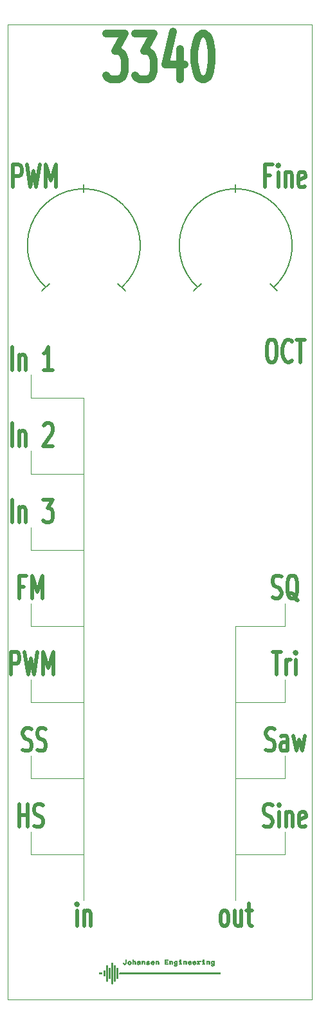
<source format=gbr>
%TF.GenerationSoftware,KiCad,Pcbnew,(5.1.0)-1*%
%TF.CreationDate,2020-03-07T12:32:11+01:00*%
%TF.ProjectId,KicadJE_AC3340_RevA_Faceplate,4b696361-644a-4455-9f41-43333334305f,rev?*%
%TF.SameCoordinates,Original*%
%TF.FileFunction,Legend,Top*%
%TF.FilePolarity,Positive*%
%FSLAX46Y46*%
G04 Gerber Fmt 4.6, Leading zero omitted, Abs format (unit mm)*
G04 Created by KiCad (PCBNEW (5.1.0)-1) date 2020-03-07 12:32:11*
%MOMM*%
%LPD*%
G04 APERTURE LIST*
%ADD10C,0.120000*%
%ADD11C,0.500000*%
%ADD12C,0.050000*%
%ADD13C,1.000000*%
%ADD14C,0.010000*%
%ADD15C,0.150000*%
G04 APERTURE END LIST*
D10*
X-20000000Y-115000000D02*
X-20000000Y-151000000D01*
X-40000000Y-151000000D02*
X-40000000Y-85000000D01*
D11*
X-40904761Y-154357142D02*
X-40904761Y-152357142D01*
X-40904761Y-151357142D02*
X-41000000Y-151500000D01*
X-40904761Y-151642857D01*
X-40809523Y-151500000D01*
X-40904761Y-151357142D01*
X-40904761Y-151642857D01*
X-39952380Y-152357142D02*
X-39952380Y-154357142D01*
X-39952380Y-152642857D02*
X-39857142Y-152500000D01*
X-39666666Y-152357142D01*
X-39380952Y-152357142D01*
X-39190476Y-152500000D01*
X-39095238Y-152785714D01*
X-39095238Y-154357142D01*
X-21619047Y-154357142D02*
X-21809523Y-154214285D01*
X-21904761Y-154071428D01*
X-22000000Y-153785714D01*
X-22000000Y-152928571D01*
X-21904761Y-152642857D01*
X-21809523Y-152500000D01*
X-21619047Y-152357142D01*
X-21333333Y-152357142D01*
X-21142857Y-152500000D01*
X-21047619Y-152642857D01*
X-20952380Y-152928571D01*
X-20952380Y-153785714D01*
X-21047619Y-154071428D01*
X-21142857Y-154214285D01*
X-21333333Y-154357142D01*
X-21619047Y-154357142D01*
X-19238095Y-152357142D02*
X-19238095Y-154357142D01*
X-20095238Y-152357142D02*
X-20095238Y-153928571D01*
X-20000000Y-154214285D01*
X-19809523Y-154357142D01*
X-19523809Y-154357142D01*
X-19333333Y-154214285D01*
X-19238095Y-154071428D01*
X-18571428Y-152357142D02*
X-17809523Y-152357142D01*
X-18285714Y-151357142D02*
X-18285714Y-153928571D01*
X-18190476Y-154214285D01*
X-18000000Y-154357142D01*
X-17809523Y-154357142D01*
D10*
X-20000000Y-115000000D02*
X-13500000Y-115000000D01*
X-13500000Y-115000000D02*
X-13500000Y-112000000D01*
X-20000000Y-125000000D02*
X-13500000Y-125000000D01*
X-13500000Y-125000000D02*
X-13500000Y-122000000D01*
X-20000000Y-135000000D02*
X-13500000Y-135000000D01*
X-13500000Y-135000000D02*
X-13500000Y-132000000D01*
X-13500000Y-145000000D02*
X-13500000Y-142000000D01*
X-20000000Y-145000000D02*
X-13500000Y-145000000D01*
X-47000000Y-145000000D02*
X-47000000Y-142000000D01*
X-40000000Y-145000000D02*
X-47000000Y-145000000D01*
X-47000000Y-135000000D02*
X-47000000Y-132000000D01*
X-40000000Y-135000000D02*
X-47000000Y-135000000D01*
X-47000000Y-125000000D02*
X-47000000Y-122000000D01*
X-40000000Y-125000000D02*
X-47000000Y-125000000D01*
X-40000000Y-115000000D02*
X-47000000Y-115000000D01*
X-47000000Y-115000000D02*
X-47000000Y-112000000D01*
X-40000000Y-105000000D02*
X-47000000Y-105000000D01*
X-47000000Y-105000000D02*
X-47000000Y-102000000D01*
X-47000000Y-95000000D02*
X-47000000Y-92000000D01*
X-40000000Y-95000000D02*
X-47000000Y-95000000D01*
X-47000000Y-85000000D02*
X-47000000Y-82000000D01*
X-40000000Y-85000000D02*
X-47000000Y-85000000D01*
D11*
X-49609523Y-121357142D02*
X-49609523Y-118357142D01*
X-48847619Y-118357142D01*
X-48657142Y-118500000D01*
X-48561904Y-118642857D01*
X-48466666Y-118928571D01*
X-48466666Y-119357142D01*
X-48561904Y-119642857D01*
X-48657142Y-119785714D01*
X-48847619Y-119928571D01*
X-49609523Y-119928571D01*
X-47800000Y-118357142D02*
X-47323809Y-121357142D01*
X-46942857Y-119214285D01*
X-46561904Y-121357142D01*
X-46085714Y-118357142D01*
X-45323809Y-121357142D02*
X-45323809Y-118357142D01*
X-44657142Y-120500000D01*
X-43990476Y-118357142D01*
X-43990476Y-121357142D01*
X-48023809Y-131214285D02*
X-47738095Y-131357142D01*
X-47261904Y-131357142D01*
X-47071428Y-131214285D01*
X-46976190Y-131071428D01*
X-46880952Y-130785714D01*
X-46880952Y-130500000D01*
X-46976190Y-130214285D01*
X-47071428Y-130071428D01*
X-47261904Y-129928571D01*
X-47642857Y-129785714D01*
X-47833333Y-129642857D01*
X-47928571Y-129500000D01*
X-48023809Y-129214285D01*
X-48023809Y-128928571D01*
X-47928571Y-128642857D01*
X-47833333Y-128500000D01*
X-47642857Y-128357142D01*
X-47166666Y-128357142D01*
X-46880952Y-128500000D01*
X-46119047Y-131214285D02*
X-45833333Y-131357142D01*
X-45357142Y-131357142D01*
X-45166666Y-131214285D01*
X-45071428Y-131071428D01*
X-44976190Y-130785714D01*
X-44976190Y-130500000D01*
X-45071428Y-130214285D01*
X-45166666Y-130071428D01*
X-45357142Y-129928571D01*
X-45738095Y-129785714D01*
X-45928571Y-129642857D01*
X-46023809Y-129500000D01*
X-46119047Y-129214285D01*
X-46119047Y-128928571D01*
X-46023809Y-128642857D01*
X-45928571Y-128500000D01*
X-45738095Y-128357142D01*
X-45261904Y-128357142D01*
X-44976190Y-128500000D01*
X-48523809Y-141357142D02*
X-48523809Y-138357142D01*
X-48523809Y-139785714D02*
X-47380952Y-139785714D01*
X-47380952Y-141357142D02*
X-47380952Y-138357142D01*
X-46523809Y-141214285D02*
X-46238095Y-141357142D01*
X-45761904Y-141357142D01*
X-45571428Y-141214285D01*
X-45476190Y-141071428D01*
X-45380952Y-140785714D01*
X-45380952Y-140500000D01*
X-45476190Y-140214285D01*
X-45571428Y-140071428D01*
X-45761904Y-139928571D01*
X-46142857Y-139785714D01*
X-46333333Y-139642857D01*
X-46428571Y-139500000D01*
X-46523809Y-139214285D01*
X-46523809Y-138928571D01*
X-46428571Y-138642857D01*
X-46333333Y-138500000D01*
X-46142857Y-138357142D01*
X-45666666Y-138357142D01*
X-45380952Y-138500000D01*
X-49419047Y-81357142D02*
X-49419047Y-78357142D01*
X-48466666Y-79357142D02*
X-48466666Y-81357142D01*
X-48466666Y-79642857D02*
X-48371428Y-79500000D01*
X-48180952Y-79357142D01*
X-47895238Y-79357142D01*
X-47704761Y-79500000D01*
X-47609523Y-79785714D01*
X-47609523Y-81357142D01*
X-44085714Y-81357142D02*
X-45228571Y-81357142D01*
X-44657142Y-81357142D02*
X-44657142Y-78357142D01*
X-44847619Y-78785714D01*
X-45038095Y-79071428D01*
X-45228571Y-79214285D01*
X-49419047Y-91357142D02*
X-49419047Y-88357142D01*
X-48466666Y-89357142D02*
X-48466666Y-91357142D01*
X-48466666Y-89642857D02*
X-48371428Y-89500000D01*
X-48180952Y-89357142D01*
X-47895238Y-89357142D01*
X-47704761Y-89500000D01*
X-47609523Y-89785714D01*
X-47609523Y-91357142D01*
X-45228571Y-88642857D02*
X-45133333Y-88500000D01*
X-44942857Y-88357142D01*
X-44466666Y-88357142D01*
X-44276190Y-88500000D01*
X-44180952Y-88642857D01*
X-44085714Y-88928571D01*
X-44085714Y-89214285D01*
X-44180952Y-89642857D01*
X-45323809Y-91357142D01*
X-44085714Y-91357142D01*
X-49419047Y-101357142D02*
X-49419047Y-98357142D01*
X-48466666Y-99357142D02*
X-48466666Y-101357142D01*
X-48466666Y-99642857D02*
X-48371428Y-99500000D01*
X-48180952Y-99357142D01*
X-47895238Y-99357142D01*
X-47704761Y-99500000D01*
X-47609523Y-99785714D01*
X-47609523Y-101357142D01*
X-45323809Y-98357142D02*
X-44085714Y-98357142D01*
X-44752380Y-99500000D01*
X-44466666Y-99500000D01*
X-44276190Y-99642857D01*
X-44180952Y-99785714D01*
X-44085714Y-100071428D01*
X-44085714Y-100785714D01*
X-44180952Y-101071428D01*
X-44276190Y-101214285D01*
X-44466666Y-101357142D01*
X-45038095Y-101357142D01*
X-45228571Y-101214285D01*
X-45323809Y-101071428D01*
X-47857142Y-109785714D02*
X-48523809Y-109785714D01*
X-48523809Y-111357142D02*
X-48523809Y-108357142D01*
X-47571428Y-108357142D01*
X-46809523Y-111357142D02*
X-46809523Y-108357142D01*
X-46142857Y-110500000D01*
X-45476190Y-108357142D01*
X-45476190Y-111357142D01*
X-16309523Y-141214285D02*
X-16023809Y-141357142D01*
X-15547619Y-141357142D01*
X-15357142Y-141214285D01*
X-15261904Y-141071428D01*
X-15166666Y-140785714D01*
X-15166666Y-140500000D01*
X-15261904Y-140214285D01*
X-15357142Y-140071428D01*
X-15547619Y-139928571D01*
X-15928571Y-139785714D01*
X-16119047Y-139642857D01*
X-16214285Y-139500000D01*
X-16309523Y-139214285D01*
X-16309523Y-138928571D01*
X-16214285Y-138642857D01*
X-16119047Y-138500000D01*
X-15928571Y-138357142D01*
X-15452380Y-138357142D01*
X-15166666Y-138500000D01*
X-14309523Y-141357142D02*
X-14309523Y-139357142D01*
X-14309523Y-138357142D02*
X-14404761Y-138500000D01*
X-14309523Y-138642857D01*
X-14214285Y-138500000D01*
X-14309523Y-138357142D01*
X-14309523Y-138642857D01*
X-13357142Y-139357142D02*
X-13357142Y-141357142D01*
X-13357142Y-139642857D02*
X-13261904Y-139500000D01*
X-13071428Y-139357142D01*
X-12785714Y-139357142D01*
X-12595238Y-139500000D01*
X-12500000Y-139785714D01*
X-12500000Y-141357142D01*
X-10785714Y-141214285D02*
X-10976190Y-141357142D01*
X-11357142Y-141357142D01*
X-11547619Y-141214285D01*
X-11642857Y-140928571D01*
X-11642857Y-139785714D01*
X-11547619Y-139500000D01*
X-11357142Y-139357142D01*
X-10976190Y-139357142D01*
X-10785714Y-139500000D01*
X-10690476Y-139785714D01*
X-10690476Y-140071428D01*
X-11642857Y-140357142D01*
X-16023809Y-131214285D02*
X-15738095Y-131357142D01*
X-15261904Y-131357142D01*
X-15071428Y-131214285D01*
X-14976190Y-131071428D01*
X-14880952Y-130785714D01*
X-14880952Y-130500000D01*
X-14976190Y-130214285D01*
X-15071428Y-130071428D01*
X-15261904Y-129928571D01*
X-15642857Y-129785714D01*
X-15833333Y-129642857D01*
X-15928571Y-129500000D01*
X-16023809Y-129214285D01*
X-16023809Y-128928571D01*
X-15928571Y-128642857D01*
X-15833333Y-128500000D01*
X-15642857Y-128357142D01*
X-15166666Y-128357142D01*
X-14880952Y-128500000D01*
X-13166666Y-131357142D02*
X-13166666Y-129785714D01*
X-13261904Y-129500000D01*
X-13452380Y-129357142D01*
X-13833333Y-129357142D01*
X-14023809Y-129500000D01*
X-13166666Y-131214285D02*
X-13357142Y-131357142D01*
X-13833333Y-131357142D01*
X-14023809Y-131214285D01*
X-14119047Y-130928571D01*
X-14119047Y-130642857D01*
X-14023809Y-130357142D01*
X-13833333Y-130214285D01*
X-13357142Y-130214285D01*
X-13166666Y-130071428D01*
X-12404761Y-129357142D02*
X-12023809Y-131357142D01*
X-11642857Y-129928571D01*
X-11261904Y-131357142D01*
X-10880952Y-129357142D01*
X-15166666Y-118357142D02*
X-14023809Y-118357142D01*
X-14595238Y-121357142D02*
X-14595238Y-118357142D01*
X-13357142Y-121357142D02*
X-13357142Y-119357142D01*
X-13357142Y-119928571D02*
X-13261904Y-119642857D01*
X-13166666Y-119500000D01*
X-12976190Y-119357142D01*
X-12785714Y-119357142D01*
X-12119047Y-121357142D02*
X-12119047Y-119357142D01*
X-12119047Y-118357142D02*
X-12214285Y-118500000D01*
X-12119047Y-118642857D01*
X-12023809Y-118500000D01*
X-12119047Y-118357142D01*
X-12119047Y-118642857D01*
X-15119047Y-111214285D02*
X-14833333Y-111357142D01*
X-14357142Y-111357142D01*
X-14166666Y-111214285D01*
X-14071428Y-111071428D01*
X-13976190Y-110785714D01*
X-13976190Y-110500000D01*
X-14071428Y-110214285D01*
X-14166666Y-110071428D01*
X-14357142Y-109928571D01*
X-14738095Y-109785714D01*
X-14928571Y-109642857D01*
X-15023809Y-109500000D01*
X-15119047Y-109214285D01*
X-15119047Y-108928571D01*
X-15023809Y-108642857D01*
X-14928571Y-108500000D01*
X-14738095Y-108357142D01*
X-14261904Y-108357142D01*
X-13976190Y-108500000D01*
X-11785714Y-111642857D02*
X-11976190Y-111500000D01*
X-12166666Y-111214285D01*
X-12452380Y-110785714D01*
X-12642857Y-110642857D01*
X-12833333Y-110642857D01*
X-12738095Y-111357142D02*
X-12928571Y-111214285D01*
X-13119047Y-110928571D01*
X-13214285Y-110357142D01*
X-13214285Y-109357142D01*
X-13119047Y-108785714D01*
X-12928571Y-108500000D01*
X-12738095Y-108357142D01*
X-12357142Y-108357142D01*
X-12166666Y-108500000D01*
X-11976190Y-108785714D01*
X-11880952Y-109357142D01*
X-11880952Y-110357142D01*
X-11976190Y-110928571D01*
X-12166666Y-111214285D01*
X-12357142Y-111357142D01*
X-12738095Y-111357142D01*
X-15452380Y-77357142D02*
X-15071428Y-77357142D01*
X-14880952Y-77500000D01*
X-14690476Y-77785714D01*
X-14595238Y-78357142D01*
X-14595238Y-79357142D01*
X-14690476Y-79928571D01*
X-14880952Y-80214285D01*
X-15071428Y-80357142D01*
X-15452380Y-80357142D01*
X-15642857Y-80214285D01*
X-15833333Y-79928571D01*
X-15928571Y-79357142D01*
X-15928571Y-78357142D01*
X-15833333Y-77785714D01*
X-15642857Y-77500000D01*
X-15452380Y-77357142D01*
X-12595238Y-80071428D02*
X-12690476Y-80214285D01*
X-12976190Y-80357142D01*
X-13166666Y-80357142D01*
X-13452380Y-80214285D01*
X-13642857Y-79928571D01*
X-13738095Y-79642857D01*
X-13833333Y-79071428D01*
X-13833333Y-78642857D01*
X-13738095Y-78071428D01*
X-13642857Y-77785714D01*
X-13452380Y-77500000D01*
X-13166666Y-77357142D01*
X-12976190Y-77357142D01*
X-12690476Y-77500000D01*
X-12595238Y-77642857D01*
X-12023809Y-77357142D02*
X-10880952Y-77357142D01*
X-11452380Y-80357142D02*
X-11452380Y-77357142D01*
X-15452380Y-55785714D02*
X-16119047Y-55785714D01*
X-16119047Y-57357142D02*
X-16119047Y-54357142D01*
X-15166666Y-54357142D01*
X-14404761Y-57357142D02*
X-14404761Y-55357142D01*
X-14404761Y-54357142D02*
X-14500000Y-54500000D01*
X-14404761Y-54642857D01*
X-14309523Y-54500000D01*
X-14404761Y-54357142D01*
X-14404761Y-54642857D01*
X-13452380Y-55357142D02*
X-13452380Y-57357142D01*
X-13452380Y-55642857D02*
X-13357142Y-55500000D01*
X-13166666Y-55357142D01*
X-12880952Y-55357142D01*
X-12690476Y-55500000D01*
X-12595238Y-55785714D01*
X-12595238Y-57357142D01*
X-10880952Y-57214285D02*
X-11071428Y-57357142D01*
X-11452380Y-57357142D01*
X-11642857Y-57214285D01*
X-11738095Y-56928571D01*
X-11738095Y-55785714D01*
X-11642857Y-55500000D01*
X-11452380Y-55357142D01*
X-11071428Y-55357142D01*
X-10880952Y-55500000D01*
X-10785714Y-55785714D01*
X-10785714Y-56071428D01*
X-11738095Y-56357142D01*
D12*
X-50000000Y-164000000D02*
X-50000000Y-36000000D01*
X-10000000Y-164000000D02*
X-50000000Y-164000000D01*
X-10000000Y-36000000D02*
X-10000000Y-164000000D01*
X-50000000Y-36000000D02*
X-10000000Y-36000000D01*
D13*
X-37047619Y-37214285D02*
X-34571428Y-37214285D01*
X-35904761Y-39500000D01*
X-35333333Y-39500000D01*
X-34952380Y-39785714D01*
X-34761904Y-40071428D01*
X-34571428Y-40642857D01*
X-34571428Y-42071428D01*
X-34761904Y-42642857D01*
X-34952380Y-42928571D01*
X-35333333Y-43214285D01*
X-36476190Y-43214285D01*
X-36857142Y-42928571D01*
X-37047619Y-42642857D01*
X-33238095Y-37214285D02*
X-30761904Y-37214285D01*
X-32095238Y-39500000D01*
X-31523809Y-39500000D01*
X-31142857Y-39785714D01*
X-30952380Y-40071428D01*
X-30761904Y-40642857D01*
X-30761904Y-42071428D01*
X-30952380Y-42642857D01*
X-31142857Y-42928571D01*
X-31523809Y-43214285D01*
X-32666666Y-43214285D01*
X-33047619Y-42928571D01*
X-33238095Y-42642857D01*
X-27333333Y-39214285D02*
X-27333333Y-43214285D01*
X-28285714Y-36928571D02*
X-29238095Y-41214285D01*
X-26761904Y-41214285D01*
X-24476190Y-37214285D02*
X-24095238Y-37214285D01*
X-23714285Y-37500000D01*
X-23523809Y-37785714D01*
X-23333333Y-38357142D01*
X-23142857Y-39500000D01*
X-23142857Y-40928571D01*
X-23333333Y-42071428D01*
X-23523809Y-42642857D01*
X-23714285Y-42928571D01*
X-24095238Y-43214285D01*
X-24476190Y-43214285D01*
X-24857142Y-42928571D01*
X-25047619Y-42642857D01*
X-25238095Y-42071428D01*
X-25428571Y-40928571D01*
X-25428571Y-39500000D01*
X-25238095Y-38357142D01*
X-25047619Y-37785714D01*
X-24857142Y-37500000D01*
X-24476190Y-37214285D01*
D11*
X-49309523Y-57357142D02*
X-49309523Y-54357142D01*
X-48547619Y-54357142D01*
X-48357142Y-54500000D01*
X-48261904Y-54642857D01*
X-48166666Y-54928571D01*
X-48166666Y-55357142D01*
X-48261904Y-55642857D01*
X-48357142Y-55785714D01*
X-48547619Y-55928571D01*
X-49309523Y-55928571D01*
X-47500000Y-54357142D02*
X-47023809Y-57357142D01*
X-46642857Y-55214285D01*
X-46261904Y-57357142D01*
X-45785714Y-54357142D01*
X-45023809Y-57357142D02*
X-45023809Y-54357142D01*
X-44357142Y-56500000D01*
X-43690476Y-54357142D01*
X-43690476Y-57357142D01*
D14*
G36*
X-24208800Y-158899800D02*
G01*
X-24323100Y-158899800D01*
X-24323100Y-158772800D01*
X-24208800Y-158772800D01*
X-24208800Y-158899800D01*
X-24208800Y-158899800D01*
G37*
X-24208800Y-158899800D02*
X-24323100Y-158899800D01*
X-24323100Y-158772800D01*
X-24208800Y-158772800D01*
X-24208800Y-158899800D01*
G36*
X-27256800Y-158899800D02*
G01*
X-27371100Y-158899800D01*
X-27371100Y-158772800D01*
X-27256800Y-158772800D01*
X-27256800Y-158899800D01*
X-27256800Y-158899800D01*
G37*
X-27256800Y-158899800D02*
X-27371100Y-158899800D01*
X-27371100Y-158772800D01*
X-27256800Y-158772800D01*
X-27256800Y-158899800D01*
G36*
X-23561886Y-158942318D02*
G01*
X-23526805Y-158959123D01*
X-23507326Y-158974926D01*
X-23465850Y-159011953D01*
X-23461761Y-159203526D01*
X-23457671Y-159395100D01*
X-23561100Y-159395100D01*
X-23561100Y-159230907D01*
X-23561686Y-159159817D01*
X-23563747Y-159109877D01*
X-23567742Y-159076854D01*
X-23574130Y-159056520D01*
X-23581058Y-159046757D01*
X-23614713Y-159028974D01*
X-23654440Y-159030874D01*
X-23693498Y-159050204D01*
X-23725149Y-159084714D01*
X-23731938Y-159097154D01*
X-23743073Y-159133806D01*
X-23749495Y-159188629D01*
X-23751600Y-159265050D01*
X-23751600Y-159395100D01*
X-23853200Y-159395100D01*
X-23853200Y-158950600D01*
X-23802400Y-158950600D01*
X-23769808Y-158952142D01*
X-23755319Y-158960281D01*
X-23751670Y-158980282D01*
X-23751600Y-158987430D01*
X-23751600Y-159024260D01*
X-23708420Y-158981080D01*
X-23676232Y-158953238D01*
X-23645685Y-158940684D01*
X-23607021Y-158937900D01*
X-23561886Y-158942318D01*
X-23561886Y-158942318D01*
G37*
X-23561886Y-158942318D02*
X-23526805Y-158959123D01*
X-23507326Y-158974926D01*
X-23465850Y-159011953D01*
X-23461761Y-159203526D01*
X-23457671Y-159395100D01*
X-23561100Y-159395100D01*
X-23561100Y-159230907D01*
X-23561686Y-159159817D01*
X-23563747Y-159109877D01*
X-23567742Y-159076854D01*
X-23574130Y-159056520D01*
X-23581058Y-159046757D01*
X-23614713Y-159028974D01*
X-23654440Y-159030874D01*
X-23693498Y-159050204D01*
X-23725149Y-159084714D01*
X-23731938Y-159097154D01*
X-23743073Y-159133806D01*
X-23749495Y-159188629D01*
X-23751600Y-159265050D01*
X-23751600Y-159395100D01*
X-23853200Y-159395100D01*
X-23853200Y-158950600D01*
X-23802400Y-158950600D01*
X-23769808Y-158952142D01*
X-23755319Y-158960281D01*
X-23751670Y-158980282D01*
X-23751600Y-158987430D01*
X-23751600Y-159024260D01*
X-23708420Y-158981080D01*
X-23676232Y-158953238D01*
X-23645685Y-158940684D01*
X-23607021Y-158937900D01*
X-23561886Y-158942318D01*
G36*
X-24208800Y-159306200D02*
G01*
X-24158000Y-159306200D01*
X-24125475Y-159307545D01*
X-24111021Y-159315854D01*
X-24107314Y-159337533D01*
X-24107200Y-159350650D01*
X-24107200Y-159395100D01*
X-24412000Y-159395100D01*
X-24412000Y-159350650D01*
X-24410035Y-159320858D01*
X-24398943Y-159308640D01*
X-24370934Y-159306205D01*
X-24367550Y-159306200D01*
X-24323100Y-159306200D01*
X-24323100Y-159039500D01*
X-24367550Y-159039500D01*
X-24397342Y-159037534D01*
X-24409560Y-159026442D01*
X-24411995Y-158998433D01*
X-24412000Y-158995050D01*
X-24412000Y-158950600D01*
X-24208800Y-158950600D01*
X-24208800Y-159306200D01*
X-24208800Y-159306200D01*
G37*
X-24208800Y-159306200D02*
X-24158000Y-159306200D01*
X-24125475Y-159307545D01*
X-24111021Y-159315854D01*
X-24107314Y-159337533D01*
X-24107200Y-159350650D01*
X-24107200Y-159395100D01*
X-24412000Y-159395100D01*
X-24412000Y-159350650D01*
X-24410035Y-159320858D01*
X-24398943Y-159308640D01*
X-24370934Y-159306205D01*
X-24367550Y-159306200D01*
X-24323100Y-159306200D01*
X-24323100Y-159039500D01*
X-24367550Y-159039500D01*
X-24397342Y-159037534D01*
X-24409560Y-159026442D01*
X-24411995Y-158998433D01*
X-24412000Y-158995050D01*
X-24412000Y-158950600D01*
X-24208800Y-158950600D01*
X-24208800Y-159306200D01*
G36*
X-24666301Y-158940912D02*
G01*
X-24641484Y-158950885D01*
X-24634984Y-158970931D01*
X-24641887Y-158999630D01*
X-24652538Y-159025131D01*
X-24666392Y-159035481D01*
X-24692407Y-159035040D01*
X-24709649Y-159032606D01*
X-24770884Y-159033141D01*
X-24824772Y-159051791D01*
X-24864894Y-159085879D01*
X-24874707Y-159101368D01*
X-24887319Y-159141577D01*
X-24893953Y-159197735D01*
X-24894600Y-159223019D01*
X-24894600Y-159306200D01*
X-24843800Y-159306200D01*
X-24811275Y-159307545D01*
X-24796821Y-159315854D01*
X-24793114Y-159337533D01*
X-24793000Y-159350650D01*
X-24793000Y-159395100D01*
X-25097800Y-159395100D01*
X-25097800Y-159350650D01*
X-25096263Y-159322190D01*
X-25086767Y-159309542D01*
X-25061990Y-159306299D01*
X-25047000Y-159306200D01*
X-24996200Y-159306200D01*
X-24996200Y-159026800D01*
X-25047000Y-159026800D01*
X-25079574Y-159025295D01*
X-25094054Y-159017142D01*
X-25097720Y-158996881D01*
X-25097800Y-158988700D01*
X-25097800Y-158950600D01*
X-24894600Y-158950600D01*
X-24894600Y-159032890D01*
X-24861607Y-158997307D01*
X-24817537Y-158960769D01*
X-24766255Y-158942216D01*
X-24712799Y-158938094D01*
X-24666301Y-158940912D01*
X-24666301Y-158940912D01*
G37*
X-24666301Y-158940912D02*
X-24641484Y-158950885D01*
X-24634984Y-158970931D01*
X-24641887Y-158999630D01*
X-24652538Y-159025131D01*
X-24666392Y-159035481D01*
X-24692407Y-159035040D01*
X-24709649Y-159032606D01*
X-24770884Y-159033141D01*
X-24824772Y-159051791D01*
X-24864894Y-159085879D01*
X-24874707Y-159101368D01*
X-24887319Y-159141577D01*
X-24893953Y-159197735D01*
X-24894600Y-159223019D01*
X-24894600Y-159306200D01*
X-24843800Y-159306200D01*
X-24811275Y-159307545D01*
X-24796821Y-159315854D01*
X-24793114Y-159337533D01*
X-24793000Y-159350650D01*
X-24793000Y-159395100D01*
X-25097800Y-159395100D01*
X-25097800Y-159350650D01*
X-25096263Y-159322190D01*
X-25086767Y-159309542D01*
X-25061990Y-159306299D01*
X-25047000Y-159306200D01*
X-24996200Y-159306200D01*
X-24996200Y-159026800D01*
X-25047000Y-159026800D01*
X-25079574Y-159025295D01*
X-25094054Y-159017142D01*
X-25097720Y-158996881D01*
X-25097800Y-158988700D01*
X-25097800Y-158950600D01*
X-24894600Y-158950600D01*
X-24894600Y-159032890D01*
X-24861607Y-158997307D01*
X-24817537Y-158960769D01*
X-24766255Y-158942216D01*
X-24712799Y-158938094D01*
X-24666301Y-158940912D01*
G36*
X-26609886Y-158942318D02*
G01*
X-26574805Y-158959123D01*
X-26555326Y-158974926D01*
X-26513850Y-159011953D01*
X-26509761Y-159203526D01*
X-26505671Y-159395100D01*
X-26609100Y-159395100D01*
X-26609100Y-159230907D01*
X-26609686Y-159159817D01*
X-26611747Y-159109877D01*
X-26615742Y-159076854D01*
X-26622130Y-159056520D01*
X-26629058Y-159046757D01*
X-26662713Y-159028974D01*
X-26702440Y-159030874D01*
X-26741498Y-159050204D01*
X-26773149Y-159084714D01*
X-26779938Y-159097154D01*
X-26791073Y-159133806D01*
X-26797495Y-159188629D01*
X-26799600Y-159265050D01*
X-26799600Y-159395100D01*
X-26901200Y-159395100D01*
X-26901200Y-158950600D01*
X-26850400Y-158950600D01*
X-26817808Y-158952142D01*
X-26803319Y-158960281D01*
X-26799670Y-158980282D01*
X-26799600Y-158987430D01*
X-26799600Y-159024260D01*
X-26756420Y-158981080D01*
X-26724232Y-158953238D01*
X-26693685Y-158940684D01*
X-26655021Y-158937900D01*
X-26609886Y-158942318D01*
X-26609886Y-158942318D01*
G37*
X-26609886Y-158942318D02*
X-26574805Y-158959123D01*
X-26555326Y-158974926D01*
X-26513850Y-159011953D01*
X-26509761Y-159203526D01*
X-26505671Y-159395100D01*
X-26609100Y-159395100D01*
X-26609100Y-159230907D01*
X-26609686Y-159159817D01*
X-26611747Y-159109877D01*
X-26615742Y-159076854D01*
X-26622130Y-159056520D01*
X-26629058Y-159046757D01*
X-26662713Y-159028974D01*
X-26702440Y-159030874D01*
X-26741498Y-159050204D01*
X-26773149Y-159084714D01*
X-26779938Y-159097154D01*
X-26791073Y-159133806D01*
X-26797495Y-159188629D01*
X-26799600Y-159265050D01*
X-26799600Y-159395100D01*
X-26901200Y-159395100D01*
X-26901200Y-158950600D01*
X-26850400Y-158950600D01*
X-26817808Y-158952142D01*
X-26803319Y-158960281D01*
X-26799670Y-158980282D01*
X-26799600Y-158987430D01*
X-26799600Y-159024260D01*
X-26756420Y-158981080D01*
X-26724232Y-158953238D01*
X-26693685Y-158940684D01*
X-26655021Y-158937900D01*
X-26609886Y-158942318D01*
G36*
X-27256800Y-159306200D02*
G01*
X-27206000Y-159306200D01*
X-27173475Y-159307545D01*
X-27159021Y-159315854D01*
X-27155314Y-159337533D01*
X-27155200Y-159350650D01*
X-27155200Y-159395100D01*
X-27460000Y-159395100D01*
X-27460000Y-159350650D01*
X-27458035Y-159320858D01*
X-27446943Y-159308640D01*
X-27418934Y-159306205D01*
X-27415550Y-159306200D01*
X-27371100Y-159306200D01*
X-27371100Y-159039500D01*
X-27415550Y-159039500D01*
X-27445342Y-159037534D01*
X-27457560Y-159026442D01*
X-27459995Y-158998433D01*
X-27460000Y-158995050D01*
X-27460000Y-158950600D01*
X-27256800Y-158950600D01*
X-27256800Y-159306200D01*
X-27256800Y-159306200D01*
G37*
X-27256800Y-159306200D02*
X-27206000Y-159306200D01*
X-27173475Y-159307545D01*
X-27159021Y-159315854D01*
X-27155314Y-159337533D01*
X-27155200Y-159350650D01*
X-27155200Y-159395100D01*
X-27460000Y-159395100D01*
X-27460000Y-159350650D01*
X-27458035Y-159320858D01*
X-27446943Y-159308640D01*
X-27418934Y-159306205D01*
X-27415550Y-159306200D01*
X-27371100Y-159306200D01*
X-27371100Y-159039500D01*
X-27415550Y-159039500D01*
X-27445342Y-159037534D01*
X-27457560Y-159026442D01*
X-27459995Y-158998433D01*
X-27460000Y-158995050D01*
X-27460000Y-158950600D01*
X-27256800Y-158950600D01*
X-27256800Y-159306200D01*
G36*
X-28438686Y-158942318D02*
G01*
X-28403605Y-158959123D01*
X-28384126Y-158974926D01*
X-28342650Y-159011953D01*
X-28338561Y-159203526D01*
X-28334471Y-159395100D01*
X-28437900Y-159395100D01*
X-28437900Y-159230907D01*
X-28438486Y-159159817D01*
X-28440547Y-159109877D01*
X-28444542Y-159076854D01*
X-28450930Y-159056520D01*
X-28457858Y-159046757D01*
X-28491513Y-159028974D01*
X-28531240Y-159030874D01*
X-28570298Y-159050204D01*
X-28601949Y-159084714D01*
X-28608738Y-159097154D01*
X-28619873Y-159133806D01*
X-28626295Y-159188629D01*
X-28628400Y-159265050D01*
X-28628400Y-159395100D01*
X-28730000Y-159395100D01*
X-28730000Y-158950600D01*
X-28679200Y-158950600D01*
X-28646608Y-158952142D01*
X-28632119Y-158960281D01*
X-28628470Y-158980282D01*
X-28628400Y-158987430D01*
X-28628400Y-159024260D01*
X-28585220Y-158981080D01*
X-28553032Y-158953238D01*
X-28522485Y-158940684D01*
X-28483821Y-158937900D01*
X-28438686Y-158942318D01*
X-28438686Y-158942318D01*
G37*
X-28438686Y-158942318D02*
X-28403605Y-158959123D01*
X-28384126Y-158974926D01*
X-28342650Y-159011953D01*
X-28338561Y-159203526D01*
X-28334471Y-159395100D01*
X-28437900Y-159395100D01*
X-28437900Y-159230907D01*
X-28438486Y-159159817D01*
X-28440547Y-159109877D01*
X-28444542Y-159076854D01*
X-28450930Y-159056520D01*
X-28457858Y-159046757D01*
X-28491513Y-159028974D01*
X-28531240Y-159030874D01*
X-28570298Y-159050204D01*
X-28601949Y-159084714D01*
X-28608738Y-159097154D01*
X-28619873Y-159133806D01*
X-28626295Y-159188629D01*
X-28628400Y-159265050D01*
X-28628400Y-159395100D01*
X-28730000Y-159395100D01*
X-28730000Y-158950600D01*
X-28679200Y-158950600D01*
X-28646608Y-158952142D01*
X-28632119Y-158960281D01*
X-28628470Y-158980282D01*
X-28628400Y-158987430D01*
X-28628400Y-159024260D01*
X-28585220Y-158981080D01*
X-28553032Y-158953238D01*
X-28522485Y-158940684D01*
X-28483821Y-158937900D01*
X-28438686Y-158942318D01*
G36*
X-28945900Y-158861700D02*
G01*
X-29238000Y-158861700D01*
X-29238000Y-159039500D01*
X-29009400Y-159039500D01*
X-29009400Y-159128400D01*
X-29238000Y-159128400D01*
X-29238000Y-159306200D01*
X-28945900Y-159306200D01*
X-28945900Y-159395100D01*
X-29339600Y-159395100D01*
X-29339600Y-158772800D01*
X-28945900Y-158772800D01*
X-28945900Y-158861700D01*
X-28945900Y-158861700D01*
G37*
X-28945900Y-158861700D02*
X-29238000Y-158861700D01*
X-29238000Y-159039500D01*
X-29009400Y-159039500D01*
X-29009400Y-159128400D01*
X-29238000Y-159128400D01*
X-29238000Y-159306200D01*
X-28945900Y-159306200D01*
X-28945900Y-159395100D01*
X-29339600Y-159395100D01*
X-29339600Y-158772800D01*
X-28945900Y-158772800D01*
X-28945900Y-158861700D01*
G36*
X-30254786Y-158942318D02*
G01*
X-30219705Y-158959123D01*
X-30200226Y-158974926D01*
X-30158750Y-159011953D01*
X-30154661Y-159203526D01*
X-30150571Y-159395100D01*
X-30254000Y-159395100D01*
X-30254000Y-159230907D01*
X-30254586Y-159159817D01*
X-30256647Y-159109877D01*
X-30260642Y-159076854D01*
X-30267030Y-159056520D01*
X-30273958Y-159046757D01*
X-30307613Y-159028974D01*
X-30347340Y-159030874D01*
X-30386398Y-159050204D01*
X-30418049Y-159084714D01*
X-30424838Y-159097154D01*
X-30435973Y-159133806D01*
X-30442395Y-159188629D01*
X-30444500Y-159265050D01*
X-30444500Y-159395100D01*
X-30546100Y-159395100D01*
X-30546100Y-158950600D01*
X-30495300Y-158950600D01*
X-30462708Y-158952142D01*
X-30448219Y-158960281D01*
X-30444570Y-158980282D01*
X-30444500Y-158987430D01*
X-30444500Y-159024260D01*
X-30401320Y-158981080D01*
X-30369132Y-158953238D01*
X-30338585Y-158940684D01*
X-30299921Y-158937900D01*
X-30254786Y-158942318D01*
X-30254786Y-158942318D01*
G37*
X-30254786Y-158942318D02*
X-30219705Y-158959123D01*
X-30200226Y-158974926D01*
X-30158750Y-159011953D01*
X-30154661Y-159203526D01*
X-30150571Y-159395100D01*
X-30254000Y-159395100D01*
X-30254000Y-159230907D01*
X-30254586Y-159159817D01*
X-30256647Y-159109877D01*
X-30260642Y-159076854D01*
X-30267030Y-159056520D01*
X-30273958Y-159046757D01*
X-30307613Y-159028974D01*
X-30347340Y-159030874D01*
X-30386398Y-159050204D01*
X-30418049Y-159084714D01*
X-30424838Y-159097154D01*
X-30435973Y-159133806D01*
X-30442395Y-159188629D01*
X-30444500Y-159265050D01*
X-30444500Y-159395100D01*
X-30546100Y-159395100D01*
X-30546100Y-158950600D01*
X-30495300Y-158950600D01*
X-30462708Y-158952142D01*
X-30448219Y-158960281D01*
X-30444570Y-158980282D01*
X-30444500Y-158987430D01*
X-30444500Y-159024260D01*
X-30401320Y-158981080D01*
X-30369132Y-158953238D01*
X-30338585Y-158940684D01*
X-30299921Y-158937900D01*
X-30254786Y-158942318D01*
G36*
X-32083586Y-158942318D02*
G01*
X-32048505Y-158959123D01*
X-32029026Y-158974926D01*
X-31987550Y-159011953D01*
X-31983461Y-159203526D01*
X-31979371Y-159395100D01*
X-32082800Y-159395100D01*
X-32082800Y-159230907D01*
X-32083386Y-159159817D01*
X-32085447Y-159109877D01*
X-32089442Y-159076854D01*
X-32095830Y-159056520D01*
X-32102758Y-159046757D01*
X-32136413Y-159028974D01*
X-32176140Y-159030874D01*
X-32215198Y-159050204D01*
X-32246849Y-159084714D01*
X-32253638Y-159097154D01*
X-32264773Y-159133806D01*
X-32271195Y-159188629D01*
X-32273300Y-159265050D01*
X-32273300Y-159395100D01*
X-32374900Y-159395100D01*
X-32374900Y-158950600D01*
X-32324100Y-158950600D01*
X-32291508Y-158952142D01*
X-32277019Y-158960281D01*
X-32273370Y-158980282D01*
X-32273300Y-158987430D01*
X-32273300Y-159024260D01*
X-32230120Y-158981080D01*
X-32197932Y-158953238D01*
X-32167385Y-158940684D01*
X-32128721Y-158937900D01*
X-32083586Y-158942318D01*
X-32083586Y-158942318D01*
G37*
X-32083586Y-158942318D02*
X-32048505Y-158959123D01*
X-32029026Y-158974926D01*
X-31987550Y-159011953D01*
X-31983461Y-159203526D01*
X-31979371Y-159395100D01*
X-32082800Y-159395100D01*
X-32082800Y-159230907D01*
X-32083386Y-159159817D01*
X-32085447Y-159109877D01*
X-32089442Y-159076854D01*
X-32095830Y-159056520D01*
X-32102758Y-159046757D01*
X-32136413Y-159028974D01*
X-32176140Y-159030874D01*
X-32215198Y-159050204D01*
X-32246849Y-159084714D01*
X-32253638Y-159097154D01*
X-32264773Y-159133806D01*
X-32271195Y-159188629D01*
X-32273300Y-159265050D01*
X-32273300Y-159395100D01*
X-32374900Y-159395100D01*
X-32374900Y-158950600D01*
X-32324100Y-158950600D01*
X-32291508Y-158952142D01*
X-32277019Y-158960281D01*
X-32273370Y-158980282D01*
X-32273300Y-158987430D01*
X-32273300Y-159024260D01*
X-32230120Y-158981080D01*
X-32197932Y-158953238D01*
X-32167385Y-158940684D01*
X-32128721Y-158937900D01*
X-32083586Y-158942318D01*
G36*
X-33492500Y-159027200D02*
G01*
X-33456821Y-158987268D01*
X-33427389Y-158960600D01*
X-33393523Y-158946655D01*
X-33357035Y-158941176D01*
X-33316057Y-158939143D01*
X-33288191Y-158945321D01*
X-33261577Y-158963284D01*
X-33249839Y-158973485D01*
X-33206750Y-159011953D01*
X-33202661Y-159203526D01*
X-33198571Y-159395100D01*
X-33302000Y-159395100D01*
X-33302000Y-159230907D01*
X-33302586Y-159159817D01*
X-33304647Y-159109877D01*
X-33308642Y-159076854D01*
X-33315030Y-159056520D01*
X-33321958Y-159046757D01*
X-33355613Y-159028974D01*
X-33395340Y-159030874D01*
X-33434398Y-159050204D01*
X-33466049Y-159084714D01*
X-33472838Y-159097154D01*
X-33483973Y-159133806D01*
X-33490395Y-159188629D01*
X-33492500Y-159265050D01*
X-33492500Y-159395100D01*
X-33594100Y-159395100D01*
X-33594100Y-158772800D01*
X-33492500Y-158772800D01*
X-33492500Y-159027200D01*
X-33492500Y-159027200D01*
G37*
X-33492500Y-159027200D02*
X-33456821Y-158987268D01*
X-33427389Y-158960600D01*
X-33393523Y-158946655D01*
X-33357035Y-158941176D01*
X-33316057Y-158939143D01*
X-33288191Y-158945321D01*
X-33261577Y-158963284D01*
X-33249839Y-158973485D01*
X-33206750Y-159011953D01*
X-33202661Y-159203526D01*
X-33198571Y-159395100D01*
X-33302000Y-159395100D01*
X-33302000Y-159230907D01*
X-33302586Y-159159817D01*
X-33304647Y-159109877D01*
X-33308642Y-159076854D01*
X-33315030Y-159056520D01*
X-33321958Y-159046757D01*
X-33355613Y-159028974D01*
X-33395340Y-159030874D01*
X-33434398Y-159050204D01*
X-33466049Y-159084714D01*
X-33472838Y-159097154D01*
X-33483973Y-159133806D01*
X-33490395Y-159188629D01*
X-33492500Y-159265050D01*
X-33492500Y-159395100D01*
X-33594100Y-159395100D01*
X-33594100Y-158772800D01*
X-33492500Y-158772800D01*
X-33492500Y-159027200D01*
G36*
X-25419587Y-158945787D02*
G01*
X-25357919Y-158970491D01*
X-25317482Y-159003111D01*
X-25282639Y-159055044D01*
X-25255769Y-159123481D01*
X-25244885Y-159169675D01*
X-25236350Y-159217300D01*
X-25617956Y-159217300D01*
X-25603769Y-159248437D01*
X-25577985Y-159279278D01*
X-25536383Y-159303967D01*
X-25488520Y-159317471D01*
X-25470531Y-159318621D01*
X-25436294Y-159313124D01*
X-25394289Y-159299704D01*
X-25380696Y-159293985D01*
X-25327041Y-159269628D01*
X-25301499Y-159302101D01*
X-25275956Y-159334573D01*
X-25307458Y-159359353D01*
X-25365308Y-159390285D01*
X-25435534Y-159405651D01*
X-25509919Y-159404756D01*
X-25580249Y-159386909D01*
X-25589086Y-159383118D01*
X-25645914Y-159344411D01*
X-25686944Y-159290243D01*
X-25711035Y-159225896D01*
X-25717044Y-159156654D01*
X-25707789Y-159108435D01*
X-25606029Y-159108435D01*
X-25595135Y-159119892D01*
X-25563414Y-159126036D01*
X-25508943Y-159128276D01*
X-25485150Y-159128400D01*
X-25425863Y-159127503D01*
X-25388376Y-159124482D01*
X-25369144Y-159118842D01*
X-25364500Y-159111563D01*
X-25373101Y-159092145D01*
X-25394122Y-159066977D01*
X-25397274Y-159063938D01*
X-25431949Y-159041118D01*
X-25476316Y-159033285D01*
X-25485150Y-159033150D01*
X-25532169Y-159038951D01*
X-25567616Y-159059083D01*
X-25573027Y-159063938D01*
X-25598019Y-159090254D01*
X-25606029Y-159108435D01*
X-25707789Y-159108435D01*
X-25703828Y-159087800D01*
X-25670247Y-159024617D01*
X-25667377Y-159020889D01*
X-25617788Y-158976662D01*
X-25555784Y-158949191D01*
X-25487630Y-158938794D01*
X-25419587Y-158945787D01*
X-25419587Y-158945787D01*
G37*
X-25419587Y-158945787D02*
X-25357919Y-158970491D01*
X-25317482Y-159003111D01*
X-25282639Y-159055044D01*
X-25255769Y-159123481D01*
X-25244885Y-159169675D01*
X-25236350Y-159217300D01*
X-25617956Y-159217300D01*
X-25603769Y-159248437D01*
X-25577985Y-159279278D01*
X-25536383Y-159303967D01*
X-25488520Y-159317471D01*
X-25470531Y-159318621D01*
X-25436294Y-159313124D01*
X-25394289Y-159299704D01*
X-25380696Y-159293985D01*
X-25327041Y-159269628D01*
X-25301499Y-159302101D01*
X-25275956Y-159334573D01*
X-25307458Y-159359353D01*
X-25365308Y-159390285D01*
X-25435534Y-159405651D01*
X-25509919Y-159404756D01*
X-25580249Y-159386909D01*
X-25589086Y-159383118D01*
X-25645914Y-159344411D01*
X-25686944Y-159290243D01*
X-25711035Y-159225896D01*
X-25717044Y-159156654D01*
X-25707789Y-159108435D01*
X-25606029Y-159108435D01*
X-25595135Y-159119892D01*
X-25563414Y-159126036D01*
X-25508943Y-159128276D01*
X-25485150Y-159128400D01*
X-25425863Y-159127503D01*
X-25388376Y-159124482D01*
X-25369144Y-159118842D01*
X-25364500Y-159111563D01*
X-25373101Y-159092145D01*
X-25394122Y-159066977D01*
X-25397274Y-159063938D01*
X-25431949Y-159041118D01*
X-25476316Y-159033285D01*
X-25485150Y-159033150D01*
X-25532169Y-159038951D01*
X-25567616Y-159059083D01*
X-25573027Y-159063938D01*
X-25598019Y-159090254D01*
X-25606029Y-159108435D01*
X-25707789Y-159108435D01*
X-25703828Y-159087800D01*
X-25670247Y-159024617D01*
X-25667377Y-159020889D01*
X-25617788Y-158976662D01*
X-25555784Y-158949191D01*
X-25487630Y-158938794D01*
X-25419587Y-158945787D01*
G36*
X-26029187Y-158945787D02*
G01*
X-25967519Y-158970491D01*
X-25927082Y-159003111D01*
X-25892239Y-159055044D01*
X-25865369Y-159123481D01*
X-25854485Y-159169675D01*
X-25845950Y-159217300D01*
X-26227556Y-159217300D01*
X-26213369Y-159248437D01*
X-26187585Y-159279278D01*
X-26145983Y-159303967D01*
X-26098120Y-159317471D01*
X-26080131Y-159318621D01*
X-26045894Y-159313124D01*
X-26003889Y-159299704D01*
X-25990296Y-159293985D01*
X-25936641Y-159269628D01*
X-25911099Y-159302101D01*
X-25885556Y-159334573D01*
X-25917058Y-159359353D01*
X-25974908Y-159390285D01*
X-26045134Y-159405651D01*
X-26119519Y-159404756D01*
X-26189849Y-159386909D01*
X-26198686Y-159383118D01*
X-26255514Y-159344411D01*
X-26296544Y-159290243D01*
X-26320635Y-159225896D01*
X-26326644Y-159156654D01*
X-26317389Y-159108435D01*
X-26215629Y-159108435D01*
X-26204735Y-159119892D01*
X-26173014Y-159126036D01*
X-26118543Y-159128276D01*
X-26094750Y-159128400D01*
X-26035463Y-159127503D01*
X-25997976Y-159124482D01*
X-25978744Y-159118842D01*
X-25974100Y-159111563D01*
X-25982701Y-159092145D01*
X-26003722Y-159066977D01*
X-26006874Y-159063938D01*
X-26041549Y-159041118D01*
X-26085916Y-159033285D01*
X-26094750Y-159033150D01*
X-26141769Y-159038951D01*
X-26177216Y-159059083D01*
X-26182627Y-159063938D01*
X-26207619Y-159090254D01*
X-26215629Y-159108435D01*
X-26317389Y-159108435D01*
X-26313428Y-159087800D01*
X-26279847Y-159024617D01*
X-26276977Y-159020889D01*
X-26227388Y-158976662D01*
X-26165384Y-158949191D01*
X-26097230Y-158938794D01*
X-26029187Y-158945787D01*
X-26029187Y-158945787D01*
G37*
X-26029187Y-158945787D02*
X-25967519Y-158970491D01*
X-25927082Y-159003111D01*
X-25892239Y-159055044D01*
X-25865369Y-159123481D01*
X-25854485Y-159169675D01*
X-25845950Y-159217300D01*
X-26227556Y-159217300D01*
X-26213369Y-159248437D01*
X-26187585Y-159279278D01*
X-26145983Y-159303967D01*
X-26098120Y-159317471D01*
X-26080131Y-159318621D01*
X-26045894Y-159313124D01*
X-26003889Y-159299704D01*
X-25990296Y-159293985D01*
X-25936641Y-159269628D01*
X-25911099Y-159302101D01*
X-25885556Y-159334573D01*
X-25917058Y-159359353D01*
X-25974908Y-159390285D01*
X-26045134Y-159405651D01*
X-26119519Y-159404756D01*
X-26189849Y-159386909D01*
X-26198686Y-159383118D01*
X-26255514Y-159344411D01*
X-26296544Y-159290243D01*
X-26320635Y-159225896D01*
X-26326644Y-159156654D01*
X-26317389Y-159108435D01*
X-26215629Y-159108435D01*
X-26204735Y-159119892D01*
X-26173014Y-159126036D01*
X-26118543Y-159128276D01*
X-26094750Y-159128400D01*
X-26035463Y-159127503D01*
X-25997976Y-159124482D01*
X-25978744Y-159118842D01*
X-25974100Y-159111563D01*
X-25982701Y-159092145D01*
X-26003722Y-159066977D01*
X-26006874Y-159063938D01*
X-26041549Y-159041118D01*
X-26085916Y-159033285D01*
X-26094750Y-159033150D01*
X-26141769Y-159038951D01*
X-26177216Y-159059083D01*
X-26182627Y-159063938D01*
X-26207619Y-159090254D01*
X-26215629Y-159108435D01*
X-26317389Y-159108435D01*
X-26313428Y-159087800D01*
X-26279847Y-159024617D01*
X-26276977Y-159020889D01*
X-26227388Y-158976662D01*
X-26165384Y-158949191D01*
X-26097230Y-158938794D01*
X-26029187Y-158945787D01*
G36*
X-30893287Y-158945787D02*
G01*
X-30831619Y-158970491D01*
X-30791182Y-159003111D01*
X-30756339Y-159055044D01*
X-30729469Y-159123481D01*
X-30718585Y-159169675D01*
X-30710050Y-159217300D01*
X-31091656Y-159217300D01*
X-31077469Y-159248437D01*
X-31051685Y-159279278D01*
X-31010083Y-159303967D01*
X-30962220Y-159317471D01*
X-30944231Y-159318621D01*
X-30909994Y-159313124D01*
X-30867989Y-159299704D01*
X-30854396Y-159293985D01*
X-30800741Y-159269628D01*
X-30775199Y-159302101D01*
X-30749656Y-159334573D01*
X-30781158Y-159359353D01*
X-30839008Y-159390285D01*
X-30909234Y-159405651D01*
X-30983619Y-159404756D01*
X-31053949Y-159386909D01*
X-31062786Y-159383118D01*
X-31119614Y-159344411D01*
X-31160644Y-159290243D01*
X-31184735Y-159225896D01*
X-31190744Y-159156654D01*
X-31181489Y-159108435D01*
X-31079729Y-159108435D01*
X-31068835Y-159119892D01*
X-31037114Y-159126036D01*
X-30982643Y-159128276D01*
X-30958850Y-159128400D01*
X-30899563Y-159127503D01*
X-30862076Y-159124482D01*
X-30842844Y-159118842D01*
X-30838200Y-159111563D01*
X-30846801Y-159092145D01*
X-30867822Y-159066977D01*
X-30870974Y-159063938D01*
X-30905649Y-159041118D01*
X-30950016Y-159033285D01*
X-30958850Y-159033150D01*
X-31005869Y-159038951D01*
X-31041316Y-159059083D01*
X-31046727Y-159063938D01*
X-31071719Y-159090254D01*
X-31079729Y-159108435D01*
X-31181489Y-159108435D01*
X-31177528Y-159087800D01*
X-31143947Y-159024617D01*
X-31141077Y-159020889D01*
X-31091488Y-158976662D01*
X-31029484Y-158949191D01*
X-30961330Y-158938794D01*
X-30893287Y-158945787D01*
X-30893287Y-158945787D01*
G37*
X-30893287Y-158945787D02*
X-30831619Y-158970491D01*
X-30791182Y-159003111D01*
X-30756339Y-159055044D01*
X-30729469Y-159123481D01*
X-30718585Y-159169675D01*
X-30710050Y-159217300D01*
X-31091656Y-159217300D01*
X-31077469Y-159248437D01*
X-31051685Y-159279278D01*
X-31010083Y-159303967D01*
X-30962220Y-159317471D01*
X-30944231Y-159318621D01*
X-30909994Y-159313124D01*
X-30867989Y-159299704D01*
X-30854396Y-159293985D01*
X-30800741Y-159269628D01*
X-30775199Y-159302101D01*
X-30749656Y-159334573D01*
X-30781158Y-159359353D01*
X-30839008Y-159390285D01*
X-30909234Y-159405651D01*
X-30983619Y-159404756D01*
X-31053949Y-159386909D01*
X-31062786Y-159383118D01*
X-31119614Y-159344411D01*
X-31160644Y-159290243D01*
X-31184735Y-159225896D01*
X-31190744Y-159156654D01*
X-31181489Y-159108435D01*
X-31079729Y-159108435D01*
X-31068835Y-159119892D01*
X-31037114Y-159126036D01*
X-30982643Y-159128276D01*
X-30958850Y-159128400D01*
X-30899563Y-159127503D01*
X-30862076Y-159124482D01*
X-30842844Y-159118842D01*
X-30838200Y-159111563D01*
X-30846801Y-159092145D01*
X-30867822Y-159066977D01*
X-30870974Y-159063938D01*
X-30905649Y-159041118D01*
X-30950016Y-159033285D01*
X-30958850Y-159033150D01*
X-31005869Y-159038951D01*
X-31041316Y-159059083D01*
X-31046727Y-159063938D01*
X-31071719Y-159090254D01*
X-31079729Y-159108435D01*
X-31181489Y-159108435D01*
X-31177528Y-159087800D01*
X-31143947Y-159024617D01*
X-31141077Y-159020889D01*
X-31091488Y-158976662D01*
X-31029484Y-158949191D01*
X-30961330Y-158938794D01*
X-30893287Y-158945787D01*
G36*
X-31499368Y-158944386D02*
G01*
X-31444160Y-158958028D01*
X-31404078Y-158978107D01*
X-31399511Y-158981961D01*
X-31390917Y-159003001D01*
X-31395732Y-159028982D01*
X-31409704Y-159050658D01*
X-31428581Y-159058784D01*
X-31434188Y-159057362D01*
X-31484964Y-159041203D01*
X-31539754Y-159032510D01*
X-31592266Y-159031212D01*
X-31636210Y-159037235D01*
X-31665296Y-159050507D01*
X-31672404Y-159060104D01*
X-31674927Y-159076955D01*
X-31665480Y-159090282D01*
X-31640613Y-159101783D01*
X-31596880Y-159113152D01*
X-31542769Y-159123894D01*
X-31466464Y-159141949D01*
X-31412706Y-159164676D01*
X-31378777Y-159194158D01*
X-31361955Y-159232478D01*
X-31358900Y-159264728D01*
X-31370255Y-159315487D01*
X-31401971Y-159356412D01*
X-31450525Y-159386315D01*
X-31512393Y-159404004D01*
X-31584053Y-159408289D01*
X-31661981Y-159397982D01*
X-31711575Y-159383852D01*
X-31749830Y-159369782D01*
X-31777502Y-159358020D01*
X-31786310Y-159352924D01*
X-31787249Y-159337125D01*
X-31779123Y-159309004D01*
X-31777766Y-159305634D01*
X-31768832Y-159285529D01*
X-31758980Y-159275070D01*
X-31742547Y-159273986D01*
X-31713871Y-159282007D01*
X-31667288Y-159298863D01*
X-31663700Y-159300186D01*
X-31589338Y-159315855D01*
X-31545478Y-159315520D01*
X-31493214Y-159305698D01*
X-31464901Y-159290062D01*
X-31460543Y-159271258D01*
X-31480141Y-159251932D01*
X-31523697Y-159234730D01*
X-31545407Y-159229532D01*
X-31615533Y-159214410D01*
X-31665449Y-159201934D01*
X-31699967Y-159190387D01*
X-31723902Y-159178053D01*
X-31742064Y-159163218D01*
X-31747663Y-159157425D01*
X-31773593Y-159113509D01*
X-31777138Y-159066210D01*
X-31760004Y-159020198D01*
X-31723896Y-158980141D01*
X-31672399Y-158951407D01*
X-31621821Y-158940142D01*
X-31561366Y-158938113D01*
X-31499368Y-158944386D01*
X-31499368Y-158944386D01*
G37*
X-31499368Y-158944386D02*
X-31444160Y-158958028D01*
X-31404078Y-158978107D01*
X-31399511Y-158981961D01*
X-31390917Y-159003001D01*
X-31395732Y-159028982D01*
X-31409704Y-159050658D01*
X-31428581Y-159058784D01*
X-31434188Y-159057362D01*
X-31484964Y-159041203D01*
X-31539754Y-159032510D01*
X-31592266Y-159031212D01*
X-31636210Y-159037235D01*
X-31665296Y-159050507D01*
X-31672404Y-159060104D01*
X-31674927Y-159076955D01*
X-31665480Y-159090282D01*
X-31640613Y-159101783D01*
X-31596880Y-159113152D01*
X-31542769Y-159123894D01*
X-31466464Y-159141949D01*
X-31412706Y-159164676D01*
X-31378777Y-159194158D01*
X-31361955Y-159232478D01*
X-31358900Y-159264728D01*
X-31370255Y-159315487D01*
X-31401971Y-159356412D01*
X-31450525Y-159386315D01*
X-31512393Y-159404004D01*
X-31584053Y-159408289D01*
X-31661981Y-159397982D01*
X-31711575Y-159383852D01*
X-31749830Y-159369782D01*
X-31777502Y-159358020D01*
X-31786310Y-159352924D01*
X-31787249Y-159337125D01*
X-31779123Y-159309004D01*
X-31777766Y-159305634D01*
X-31768832Y-159285529D01*
X-31758980Y-159275070D01*
X-31742547Y-159273986D01*
X-31713871Y-159282007D01*
X-31667288Y-159298863D01*
X-31663700Y-159300186D01*
X-31589338Y-159315855D01*
X-31545478Y-159315520D01*
X-31493214Y-159305698D01*
X-31464901Y-159290062D01*
X-31460543Y-159271258D01*
X-31480141Y-159251932D01*
X-31523697Y-159234730D01*
X-31545407Y-159229532D01*
X-31615533Y-159214410D01*
X-31665449Y-159201934D01*
X-31699967Y-159190387D01*
X-31723902Y-159178053D01*
X-31742064Y-159163218D01*
X-31747663Y-159157425D01*
X-31773593Y-159113509D01*
X-31777138Y-159066210D01*
X-31760004Y-159020198D01*
X-31723896Y-158980141D01*
X-31672399Y-158951407D01*
X-31621821Y-158940142D01*
X-31561366Y-158938113D01*
X-31499368Y-158944386D01*
G36*
X-32689740Y-158956458D02*
G01*
X-32636031Y-158989144D01*
X-32618333Y-159007923D01*
X-32607265Y-159023957D01*
X-32599623Y-159042230D01*
X-32594782Y-159067537D01*
X-32592116Y-159104675D01*
X-32590999Y-159158440D01*
X-32590800Y-159219012D01*
X-32590800Y-159395100D01*
X-32641600Y-159395100D01*
X-32674784Y-159393002D01*
X-32689463Y-159384441D01*
X-32692400Y-159369319D01*
X-32693572Y-159353311D01*
X-32701127Y-159351680D01*
X-32721121Y-159364802D01*
X-32730465Y-159371681D01*
X-32776756Y-159394024D01*
X-32841775Y-159405114D01*
X-32844526Y-159405321D01*
X-32887907Y-159407472D01*
X-32915796Y-159403939D01*
X-32937974Y-159391546D01*
X-32964225Y-159367115D01*
X-32965211Y-159366129D01*
X-32994457Y-159332043D01*
X-33007540Y-159300556D01*
X-33009900Y-159271764D01*
X-33006270Y-159254688D01*
X-32906332Y-159254688D01*
X-32900867Y-159288354D01*
X-32875275Y-159309379D01*
X-32832426Y-159315900D01*
X-32814150Y-159314447D01*
X-32772017Y-159303725D01*
X-32734934Y-159285989D01*
X-32731600Y-159283649D01*
X-32706820Y-159255884D01*
X-32694732Y-159225569D01*
X-32693942Y-159205397D01*
X-32702043Y-159195600D01*
X-32725232Y-159192604D01*
X-32751882Y-159192616D01*
X-32819582Y-159198505D01*
X-32869617Y-159213688D01*
X-32899343Y-159237104D01*
X-32906332Y-159254688D01*
X-33006270Y-159254688D01*
X-32998431Y-159217825D01*
X-32964622Y-159174750D01*
X-32909370Y-159143148D01*
X-32833573Y-159123630D01*
X-32783817Y-159118289D01*
X-32736121Y-159114585D01*
X-32708713Y-159109955D01*
X-32696495Y-159102538D01*
X-32694371Y-159090475D01*
X-32694917Y-159085836D01*
X-32708173Y-159060933D01*
X-32732872Y-159040309D01*
X-32762864Y-159030639D01*
X-32804089Y-159030668D01*
X-32860594Y-159040783D01*
X-32928101Y-159058898D01*
X-32950633Y-159058480D01*
X-32967253Y-159037849D01*
X-32969537Y-159033045D01*
X-32978968Y-159006525D01*
X-32975184Y-158988529D01*
X-32954407Y-158974106D01*
X-32912857Y-158958303D01*
X-32912373Y-158958138D01*
X-32832843Y-158940120D01*
X-32756988Y-158939838D01*
X-32689740Y-158956458D01*
X-32689740Y-158956458D01*
G37*
X-32689740Y-158956458D02*
X-32636031Y-158989144D01*
X-32618333Y-159007923D01*
X-32607265Y-159023957D01*
X-32599623Y-159042230D01*
X-32594782Y-159067537D01*
X-32592116Y-159104675D01*
X-32590999Y-159158440D01*
X-32590800Y-159219012D01*
X-32590800Y-159395100D01*
X-32641600Y-159395100D01*
X-32674784Y-159393002D01*
X-32689463Y-159384441D01*
X-32692400Y-159369319D01*
X-32693572Y-159353311D01*
X-32701127Y-159351680D01*
X-32721121Y-159364802D01*
X-32730465Y-159371681D01*
X-32776756Y-159394024D01*
X-32841775Y-159405114D01*
X-32844526Y-159405321D01*
X-32887907Y-159407472D01*
X-32915796Y-159403939D01*
X-32937974Y-159391546D01*
X-32964225Y-159367115D01*
X-32965211Y-159366129D01*
X-32994457Y-159332043D01*
X-33007540Y-159300556D01*
X-33009900Y-159271764D01*
X-33006270Y-159254688D01*
X-32906332Y-159254688D01*
X-32900867Y-159288354D01*
X-32875275Y-159309379D01*
X-32832426Y-159315900D01*
X-32814150Y-159314447D01*
X-32772017Y-159303725D01*
X-32734934Y-159285989D01*
X-32731600Y-159283649D01*
X-32706820Y-159255884D01*
X-32694732Y-159225569D01*
X-32693942Y-159205397D01*
X-32702043Y-159195600D01*
X-32725232Y-159192604D01*
X-32751882Y-159192616D01*
X-32819582Y-159198505D01*
X-32869617Y-159213688D01*
X-32899343Y-159237104D01*
X-32906332Y-159254688D01*
X-33006270Y-159254688D01*
X-32998431Y-159217825D01*
X-32964622Y-159174750D01*
X-32909370Y-159143148D01*
X-32833573Y-159123630D01*
X-32783817Y-159118289D01*
X-32736121Y-159114585D01*
X-32708713Y-159109955D01*
X-32696495Y-159102538D01*
X-32694371Y-159090475D01*
X-32694917Y-159085836D01*
X-32708173Y-159060933D01*
X-32732872Y-159040309D01*
X-32762864Y-159030639D01*
X-32804089Y-159030668D01*
X-32860594Y-159040783D01*
X-32928101Y-159058898D01*
X-32950633Y-159058480D01*
X-32967253Y-159037849D01*
X-32969537Y-159033045D01*
X-32978968Y-159006525D01*
X-32975184Y-158988529D01*
X-32954407Y-158974106D01*
X-32912857Y-158958303D01*
X-32912373Y-158958138D01*
X-32832843Y-158940120D01*
X-32756988Y-158939838D01*
X-32689740Y-158956458D01*
G36*
X-33928234Y-158949125D02*
G01*
X-33863526Y-158981026D01*
X-33814138Y-159030946D01*
X-33782715Y-159096222D01*
X-33771900Y-159172850D01*
X-33783004Y-159250946D01*
X-33814658Y-159315890D01*
X-33864381Y-159365231D01*
X-33929689Y-159396521D01*
X-34008099Y-159407311D01*
X-34009618Y-159407302D01*
X-34055423Y-159403339D01*
X-34097360Y-159394004D01*
X-34108450Y-159389872D01*
X-34165573Y-159351464D01*
X-34207684Y-159296767D01*
X-34232914Y-159231225D01*
X-34238451Y-159170613D01*
X-34136311Y-159170613D01*
X-34129113Y-159221333D01*
X-34106582Y-159265316D01*
X-34070822Y-159297772D01*
X-34023940Y-159313913D01*
X-33988483Y-159313383D01*
X-33948482Y-159299561D01*
X-33912853Y-159275119D01*
X-33912283Y-159274555D01*
X-33892332Y-159249695D01*
X-33882596Y-159220658D01*
X-33879863Y-159177372D01*
X-33879850Y-159172850D01*
X-33882004Y-159128557D01*
X-33890817Y-159099009D01*
X-33909814Y-159073742D01*
X-33915064Y-159068363D01*
X-33945405Y-159044450D01*
X-33979953Y-159034461D01*
X-34008239Y-159033150D01*
X-34049347Y-159036400D01*
X-34077077Y-159049203D01*
X-34096284Y-159068125D01*
X-34126070Y-159117947D01*
X-34136311Y-159170613D01*
X-34238451Y-159170613D01*
X-34239395Y-159160283D01*
X-34225258Y-159089388D01*
X-34217797Y-159071250D01*
X-34177045Y-159006733D01*
X-34123606Y-158963869D01*
X-34055939Y-158941689D01*
X-34005616Y-158937900D01*
X-33928234Y-158949125D01*
X-33928234Y-158949125D01*
G37*
X-33928234Y-158949125D02*
X-33863526Y-158981026D01*
X-33814138Y-159030946D01*
X-33782715Y-159096222D01*
X-33771900Y-159172850D01*
X-33783004Y-159250946D01*
X-33814658Y-159315890D01*
X-33864381Y-159365231D01*
X-33929689Y-159396521D01*
X-34008099Y-159407311D01*
X-34009618Y-159407302D01*
X-34055423Y-159403339D01*
X-34097360Y-159394004D01*
X-34108450Y-159389872D01*
X-34165573Y-159351464D01*
X-34207684Y-159296767D01*
X-34232914Y-159231225D01*
X-34238451Y-159170613D01*
X-34136311Y-159170613D01*
X-34129113Y-159221333D01*
X-34106582Y-159265316D01*
X-34070822Y-159297772D01*
X-34023940Y-159313913D01*
X-33988483Y-159313383D01*
X-33948482Y-159299561D01*
X-33912853Y-159275119D01*
X-33912283Y-159274555D01*
X-33892332Y-159249695D01*
X-33882596Y-159220658D01*
X-33879863Y-159177372D01*
X-33879850Y-159172850D01*
X-33882004Y-159128557D01*
X-33890817Y-159099009D01*
X-33909814Y-159073742D01*
X-33915064Y-159068363D01*
X-33945405Y-159044450D01*
X-33979953Y-159034461D01*
X-34008239Y-159033150D01*
X-34049347Y-159036400D01*
X-34077077Y-159049203D01*
X-34096284Y-159068125D01*
X-34126070Y-159117947D01*
X-34136311Y-159170613D01*
X-34238451Y-159170613D01*
X-34239395Y-159160283D01*
X-34225258Y-159089388D01*
X-34217797Y-159071250D01*
X-34177045Y-159006733D01*
X-34123606Y-158963869D01*
X-34055939Y-158941689D01*
X-34005616Y-158937900D01*
X-33928234Y-158949125D01*
G36*
X-34419600Y-159011409D02*
G01*
X-34419793Y-159095945D01*
X-34420646Y-159159353D01*
X-34422573Y-159205900D01*
X-34425987Y-159239855D01*
X-34431300Y-159265488D01*
X-34438927Y-159287068D01*
X-34448175Y-159306684D01*
X-34485253Y-159359147D01*
X-34521200Y-159385555D01*
X-34573660Y-159401642D01*
X-34635735Y-159406377D01*
X-34694048Y-159399199D01*
X-34711694Y-159393532D01*
X-34760888Y-159363215D01*
X-34804109Y-159317614D01*
X-34820857Y-159290955D01*
X-34835563Y-159257641D01*
X-34834023Y-159237654D01*
X-34814179Y-159223253D01*
X-34801367Y-159217617D01*
X-34764497Y-159208790D01*
X-34742418Y-159217789D01*
X-34737100Y-159235970D01*
X-34726769Y-159257685D01*
X-34701312Y-159282819D01*
X-34669037Y-159304987D01*
X-34638250Y-159317804D01*
X-34629215Y-159318900D01*
X-34595624Y-159316521D01*
X-34569712Y-159307494D01*
X-34550511Y-159288978D01*
X-34537054Y-159258134D01*
X-34528372Y-159212122D01*
X-34523497Y-159148104D01*
X-34521461Y-159063238D01*
X-34521200Y-159002030D01*
X-34521200Y-158772800D01*
X-34419600Y-158772800D01*
X-34419600Y-159011409D01*
X-34419600Y-159011409D01*
G37*
X-34419600Y-159011409D02*
X-34419793Y-159095945D01*
X-34420646Y-159159353D01*
X-34422573Y-159205900D01*
X-34425987Y-159239855D01*
X-34431300Y-159265488D01*
X-34438927Y-159287068D01*
X-34448175Y-159306684D01*
X-34485253Y-159359147D01*
X-34521200Y-159385555D01*
X-34573660Y-159401642D01*
X-34635735Y-159406377D01*
X-34694048Y-159399199D01*
X-34711694Y-159393532D01*
X-34760888Y-159363215D01*
X-34804109Y-159317614D01*
X-34820857Y-159290955D01*
X-34835563Y-159257641D01*
X-34834023Y-159237654D01*
X-34814179Y-159223253D01*
X-34801367Y-159217617D01*
X-34764497Y-159208790D01*
X-34742418Y-159217789D01*
X-34737100Y-159235970D01*
X-34726769Y-159257685D01*
X-34701312Y-159282819D01*
X-34669037Y-159304987D01*
X-34638250Y-159317804D01*
X-34629215Y-159318900D01*
X-34595624Y-159316521D01*
X-34569712Y-159307494D01*
X-34550511Y-159288978D01*
X-34537054Y-159258134D01*
X-34528372Y-159212122D01*
X-34523497Y-159148104D01*
X-34521461Y-159063238D01*
X-34521200Y-159002030D01*
X-34521200Y-158772800D01*
X-34419600Y-158772800D01*
X-34419600Y-159011409D01*
G36*
X-23017526Y-158945453D02*
G01*
X-22988970Y-158957276D01*
X-22963304Y-158967208D01*
X-22951643Y-158964762D01*
X-22951500Y-158963626D01*
X-22940235Y-158955469D01*
X-22912090Y-158950932D01*
X-22900700Y-158950600D01*
X-22849900Y-158950600D01*
X-22849900Y-159202721D01*
X-22850035Y-159289193D01*
X-22850691Y-159354155D01*
X-22852249Y-159401497D01*
X-22855088Y-159435109D01*
X-22859588Y-159458879D01*
X-22866128Y-159476699D01*
X-22875090Y-159492457D01*
X-22878729Y-159497996D01*
X-22924135Y-159544194D01*
X-22984762Y-159573830D01*
X-23055611Y-159585713D01*
X-23131684Y-159578656D01*
X-23170696Y-159567447D01*
X-23216322Y-159547420D01*
X-23246448Y-159526476D01*
X-23256300Y-159509251D01*
X-23249064Y-159493145D01*
X-23234045Y-159472029D01*
X-23211790Y-159444546D01*
X-23149730Y-159471998D01*
X-23088491Y-159490625D01*
X-23034263Y-159491271D01*
X-22990831Y-159475328D01*
X-22961982Y-159444187D01*
X-22951501Y-159399238D01*
X-22951500Y-159399155D01*
X-22951500Y-159356347D01*
X-22988970Y-159375723D01*
X-23049539Y-159394532D01*
X-23109007Y-159390756D01*
X-23163859Y-159367099D01*
X-23210580Y-159326262D01*
X-23245656Y-159270946D01*
X-23265572Y-159203853D01*
X-23268694Y-159161944D01*
X-23166705Y-159161944D01*
X-23160163Y-159213003D01*
X-23137449Y-159258341D01*
X-23102503Y-159289108D01*
X-23064355Y-159300009D01*
X-23018804Y-159298768D01*
X-22979041Y-159286299D01*
X-22969417Y-159279859D01*
X-22959865Y-159259334D01*
X-22953690Y-159221682D01*
X-22950964Y-159174854D01*
X-22951755Y-159126803D01*
X-22956133Y-159085480D01*
X-22964169Y-159058838D01*
X-22967447Y-159054776D01*
X-23008116Y-159035364D01*
X-23057328Y-159031601D01*
X-23092046Y-159039850D01*
X-23132372Y-159068826D01*
X-23157350Y-159111704D01*
X-23166705Y-159161944D01*
X-23268694Y-159161944D01*
X-23268792Y-159160634D01*
X-23258427Y-159090522D01*
X-23230365Y-159030408D01*
X-23188424Y-158983069D01*
X-23136424Y-158951279D01*
X-23078185Y-158937816D01*
X-23017526Y-158945453D01*
X-23017526Y-158945453D01*
G37*
X-23017526Y-158945453D02*
X-22988970Y-158957276D01*
X-22963304Y-158967208D01*
X-22951643Y-158964762D01*
X-22951500Y-158963626D01*
X-22940235Y-158955469D01*
X-22912090Y-158950932D01*
X-22900700Y-158950600D01*
X-22849900Y-158950600D01*
X-22849900Y-159202721D01*
X-22850035Y-159289193D01*
X-22850691Y-159354155D01*
X-22852249Y-159401497D01*
X-22855088Y-159435109D01*
X-22859588Y-159458879D01*
X-22866128Y-159476699D01*
X-22875090Y-159492457D01*
X-22878729Y-159497996D01*
X-22924135Y-159544194D01*
X-22984762Y-159573830D01*
X-23055611Y-159585713D01*
X-23131684Y-159578656D01*
X-23170696Y-159567447D01*
X-23216322Y-159547420D01*
X-23246448Y-159526476D01*
X-23256300Y-159509251D01*
X-23249064Y-159493145D01*
X-23234045Y-159472029D01*
X-23211790Y-159444546D01*
X-23149730Y-159471998D01*
X-23088491Y-159490625D01*
X-23034263Y-159491271D01*
X-22990831Y-159475328D01*
X-22961982Y-159444187D01*
X-22951501Y-159399238D01*
X-22951500Y-159399155D01*
X-22951500Y-159356347D01*
X-22988970Y-159375723D01*
X-23049539Y-159394532D01*
X-23109007Y-159390756D01*
X-23163859Y-159367099D01*
X-23210580Y-159326262D01*
X-23245656Y-159270946D01*
X-23265572Y-159203853D01*
X-23268694Y-159161944D01*
X-23166705Y-159161944D01*
X-23160163Y-159213003D01*
X-23137449Y-159258341D01*
X-23102503Y-159289108D01*
X-23064355Y-159300009D01*
X-23018804Y-159298768D01*
X-22979041Y-159286299D01*
X-22969417Y-159279859D01*
X-22959865Y-159259334D01*
X-22953690Y-159221682D01*
X-22950964Y-159174854D01*
X-22951755Y-159126803D01*
X-22956133Y-159085480D01*
X-22964169Y-159058838D01*
X-22967447Y-159054776D01*
X-23008116Y-159035364D01*
X-23057328Y-159031601D01*
X-23092046Y-159039850D01*
X-23132372Y-159068826D01*
X-23157350Y-159111704D01*
X-23166705Y-159161944D01*
X-23268694Y-159161944D01*
X-23268792Y-159160634D01*
X-23258427Y-159090522D01*
X-23230365Y-159030408D01*
X-23188424Y-158983069D01*
X-23136424Y-158951279D01*
X-23078185Y-158937816D01*
X-23017526Y-158945453D01*
G36*
X-27894326Y-158945453D02*
G01*
X-27865770Y-158957276D01*
X-27840104Y-158967208D01*
X-27828443Y-158964762D01*
X-27828300Y-158963626D01*
X-27817035Y-158955469D01*
X-27788890Y-158950932D01*
X-27777500Y-158950600D01*
X-27726700Y-158950600D01*
X-27726700Y-159202721D01*
X-27726835Y-159289193D01*
X-27727491Y-159354155D01*
X-27729049Y-159401497D01*
X-27731888Y-159435109D01*
X-27736388Y-159458879D01*
X-27742928Y-159476699D01*
X-27751890Y-159492457D01*
X-27755529Y-159497996D01*
X-27800935Y-159544194D01*
X-27861562Y-159573830D01*
X-27932411Y-159585713D01*
X-28008484Y-159578656D01*
X-28047496Y-159567447D01*
X-28093122Y-159547420D01*
X-28123248Y-159526476D01*
X-28133100Y-159509251D01*
X-28125864Y-159493145D01*
X-28110845Y-159472029D01*
X-28088590Y-159444546D01*
X-28026530Y-159471998D01*
X-27965291Y-159490625D01*
X-27911063Y-159491271D01*
X-27867631Y-159475328D01*
X-27838782Y-159444187D01*
X-27828301Y-159399238D01*
X-27828300Y-159399155D01*
X-27828300Y-159356347D01*
X-27865770Y-159375723D01*
X-27926339Y-159394532D01*
X-27985807Y-159390756D01*
X-28040659Y-159367099D01*
X-28087380Y-159326262D01*
X-28122456Y-159270946D01*
X-28142372Y-159203853D01*
X-28145494Y-159161944D01*
X-28043505Y-159161944D01*
X-28036963Y-159213003D01*
X-28014249Y-159258341D01*
X-27979303Y-159289108D01*
X-27941155Y-159300009D01*
X-27895604Y-159298768D01*
X-27855841Y-159286299D01*
X-27846217Y-159279859D01*
X-27836665Y-159259334D01*
X-27830490Y-159221682D01*
X-27827764Y-159174854D01*
X-27828555Y-159126803D01*
X-27832933Y-159085480D01*
X-27840969Y-159058838D01*
X-27844247Y-159054776D01*
X-27884916Y-159035364D01*
X-27934128Y-159031601D01*
X-27968846Y-159039850D01*
X-28009172Y-159068826D01*
X-28034150Y-159111704D01*
X-28043505Y-159161944D01*
X-28145494Y-159161944D01*
X-28145592Y-159160634D01*
X-28135227Y-159090522D01*
X-28107165Y-159030408D01*
X-28065224Y-158983069D01*
X-28013224Y-158951279D01*
X-27954985Y-158937816D01*
X-27894326Y-158945453D01*
X-27894326Y-158945453D01*
G37*
X-27894326Y-158945453D02*
X-27865770Y-158957276D01*
X-27840104Y-158967208D01*
X-27828443Y-158964762D01*
X-27828300Y-158963626D01*
X-27817035Y-158955469D01*
X-27788890Y-158950932D01*
X-27777500Y-158950600D01*
X-27726700Y-158950600D01*
X-27726700Y-159202721D01*
X-27726835Y-159289193D01*
X-27727491Y-159354155D01*
X-27729049Y-159401497D01*
X-27731888Y-159435109D01*
X-27736388Y-159458879D01*
X-27742928Y-159476699D01*
X-27751890Y-159492457D01*
X-27755529Y-159497996D01*
X-27800935Y-159544194D01*
X-27861562Y-159573830D01*
X-27932411Y-159585713D01*
X-28008484Y-159578656D01*
X-28047496Y-159567447D01*
X-28093122Y-159547420D01*
X-28123248Y-159526476D01*
X-28133100Y-159509251D01*
X-28125864Y-159493145D01*
X-28110845Y-159472029D01*
X-28088590Y-159444546D01*
X-28026530Y-159471998D01*
X-27965291Y-159490625D01*
X-27911063Y-159491271D01*
X-27867631Y-159475328D01*
X-27838782Y-159444187D01*
X-27828301Y-159399238D01*
X-27828300Y-159399155D01*
X-27828300Y-159356347D01*
X-27865770Y-159375723D01*
X-27926339Y-159394532D01*
X-27985807Y-159390756D01*
X-28040659Y-159367099D01*
X-28087380Y-159326262D01*
X-28122456Y-159270946D01*
X-28142372Y-159203853D01*
X-28145494Y-159161944D01*
X-28043505Y-159161944D01*
X-28036963Y-159213003D01*
X-28014249Y-159258341D01*
X-27979303Y-159289108D01*
X-27941155Y-159300009D01*
X-27895604Y-159298768D01*
X-27855841Y-159286299D01*
X-27846217Y-159279859D01*
X-27836665Y-159259334D01*
X-27830490Y-159221682D01*
X-27827764Y-159174854D01*
X-27828555Y-159126803D01*
X-27832933Y-159085480D01*
X-27840969Y-159058838D01*
X-27844247Y-159054776D01*
X-27884916Y-159035364D01*
X-27934128Y-159031601D01*
X-27968846Y-159039850D01*
X-28009172Y-159068826D01*
X-28034150Y-159111704D01*
X-28043505Y-159161944D01*
X-28145494Y-159161944D01*
X-28145592Y-159160634D01*
X-28135227Y-159090522D01*
X-28107165Y-159030408D01*
X-28065224Y-158983069D01*
X-28013224Y-158951279D01*
X-27954985Y-158937816D01*
X-27894326Y-158945453D01*
G36*
X-22064714Y-160491293D02*
G01*
X-22041353Y-160532187D01*
X-22039604Y-160576811D01*
X-22059361Y-160617299D01*
X-22066494Y-160624786D01*
X-22095888Y-160652400D01*
X-35281357Y-160652400D01*
X-35307679Y-160618937D01*
X-35326231Y-160587072D01*
X-35334000Y-160557272D01*
X-35334000Y-160557150D01*
X-35326306Y-160527404D01*
X-35307793Y-160495507D01*
X-35307679Y-160495362D01*
X-35281357Y-160461900D01*
X-28686843Y-160461899D01*
X-22092328Y-160461899D01*
X-22064714Y-160491293D01*
X-22064714Y-160491293D01*
G37*
X-22064714Y-160491293D02*
X-22041353Y-160532187D01*
X-22039604Y-160576811D01*
X-22059361Y-160617299D01*
X-22066494Y-160624786D01*
X-22095888Y-160652400D01*
X-35281357Y-160652400D01*
X-35307679Y-160618937D01*
X-35326231Y-160587072D01*
X-35334000Y-160557272D01*
X-35334000Y-160557150D01*
X-35326306Y-160527404D01*
X-35307793Y-160495507D01*
X-35307679Y-160495362D01*
X-35281357Y-160461900D01*
X-28686843Y-160461899D01*
X-22092328Y-160461899D01*
X-22064714Y-160491293D01*
G36*
X-37755957Y-160464392D02*
G01*
X-37707899Y-160473191D01*
X-37677895Y-160490281D01*
X-37662458Y-160517645D01*
X-37658100Y-160557150D01*
X-37662393Y-160596532D01*
X-37677601Y-160623780D01*
X-37707219Y-160640862D01*
X-37754743Y-160649745D01*
X-37823668Y-160652395D01*
X-37827337Y-160652400D01*
X-37884092Y-160651825D01*
X-37921508Y-160649290D01*
X-37945635Y-160643576D01*
X-37962524Y-160633466D01*
X-37973387Y-160623006D01*
X-37996748Y-160582112D01*
X-37998497Y-160537488D01*
X-37978740Y-160497000D01*
X-37971607Y-160489513D01*
X-37954426Y-160476180D01*
X-37933381Y-160467937D01*
X-37902262Y-160463612D01*
X-37854859Y-160462030D01*
X-37825557Y-160461900D01*
X-37755957Y-160464392D01*
X-37755957Y-160464392D01*
G37*
X-37755957Y-160464392D02*
X-37707899Y-160473191D01*
X-37677895Y-160490281D01*
X-37662458Y-160517645D01*
X-37658100Y-160557150D01*
X-37662393Y-160596532D01*
X-37677601Y-160623780D01*
X-37707219Y-160640862D01*
X-37754743Y-160649745D01*
X-37823668Y-160652395D01*
X-37827337Y-160652400D01*
X-37884092Y-160651825D01*
X-37921508Y-160649290D01*
X-37945635Y-160643576D01*
X-37962524Y-160633466D01*
X-37973387Y-160623006D01*
X-37996748Y-160582112D01*
X-37998497Y-160537488D01*
X-37978740Y-160497000D01*
X-37971607Y-160489513D01*
X-37954426Y-160476180D01*
X-37933381Y-160467937D01*
X-37902262Y-160463612D01*
X-37854859Y-160462030D01*
X-37825557Y-160461900D01*
X-37755957Y-160464392D01*
G36*
X-37295443Y-160213054D02*
G01*
X-37262632Y-160232157D01*
X-37253059Y-160240516D01*
X-37245730Y-160250303D01*
X-37240293Y-160264826D01*
X-37236395Y-160287391D01*
X-37233683Y-160321307D01*
X-37231806Y-160369882D01*
X-37230411Y-160436423D01*
X-37229146Y-160524238D01*
X-37228812Y-160549571D01*
X-37224974Y-160842728D01*
X-37256810Y-160874564D01*
X-37296565Y-160901023D01*
X-37336473Y-160902725D01*
X-37373960Y-160879617D01*
X-37376487Y-160877006D01*
X-37385325Y-160866635D01*
X-37392044Y-160854549D01*
X-37396935Y-160837371D01*
X-37400286Y-160811724D01*
X-37402389Y-160774232D01*
X-37403532Y-160721520D01*
X-37404006Y-160650210D01*
X-37404100Y-160556927D01*
X-37404100Y-160555370D01*
X-37404035Y-160461929D01*
X-37403633Y-160390539D01*
X-37402587Y-160337846D01*
X-37400588Y-160300503D01*
X-37397330Y-160275156D01*
X-37392503Y-160258457D01*
X-37385800Y-160247055D01*
X-37376914Y-160237598D01*
X-37374707Y-160235513D01*
X-37335530Y-160211609D01*
X-37295443Y-160213054D01*
X-37295443Y-160213054D01*
G37*
X-37295443Y-160213054D02*
X-37262632Y-160232157D01*
X-37253059Y-160240516D01*
X-37245730Y-160250303D01*
X-37240293Y-160264826D01*
X-37236395Y-160287391D01*
X-37233683Y-160321307D01*
X-37231806Y-160369882D01*
X-37230411Y-160436423D01*
X-37229146Y-160524238D01*
X-37228812Y-160549571D01*
X-37224974Y-160842728D01*
X-37256810Y-160874564D01*
X-37296565Y-160901023D01*
X-37336473Y-160902725D01*
X-37373960Y-160879617D01*
X-37376487Y-160877006D01*
X-37385325Y-160866635D01*
X-37392044Y-160854549D01*
X-37396935Y-160837371D01*
X-37400286Y-160811724D01*
X-37402389Y-160774232D01*
X-37403532Y-160721520D01*
X-37404006Y-160650210D01*
X-37404100Y-160556927D01*
X-37404100Y-160555370D01*
X-37404035Y-160461929D01*
X-37403633Y-160390539D01*
X-37402587Y-160337846D01*
X-37400588Y-160300503D01*
X-37397330Y-160275156D01*
X-37392503Y-160258457D01*
X-37385800Y-160247055D01*
X-37376914Y-160237598D01*
X-37374707Y-160235513D01*
X-37335530Y-160211609D01*
X-37295443Y-160213054D01*
G36*
X-35569640Y-159884148D02*
G01*
X-35562600Y-159890400D01*
X-35556882Y-159896819D01*
X-35552093Y-159905090D01*
X-35548151Y-159917365D01*
X-35544974Y-159935795D01*
X-35542478Y-159962532D01*
X-35540583Y-159999728D01*
X-35539205Y-160049533D01*
X-35538263Y-160114100D01*
X-35537674Y-160195579D01*
X-35537355Y-160296124D01*
X-35537225Y-160417884D01*
X-35537200Y-160554324D01*
X-35537278Y-160700224D01*
X-35537554Y-160822823D01*
X-35538088Y-160924218D01*
X-35538945Y-161006508D01*
X-35540185Y-161071791D01*
X-35541871Y-161122165D01*
X-35544066Y-161159728D01*
X-35546831Y-161186578D01*
X-35550229Y-161204814D01*
X-35554322Y-161216533D01*
X-35556971Y-161221074D01*
X-35586738Y-161243781D01*
X-35626267Y-161249686D01*
X-35666243Y-161238757D01*
X-35689106Y-161221505D01*
X-35694942Y-161214613D01*
X-35699829Y-161206105D01*
X-35703850Y-161193817D01*
X-35707090Y-161175586D01*
X-35709633Y-161149248D01*
X-35711563Y-161112641D01*
X-35712965Y-161063601D01*
X-35713923Y-160999964D01*
X-35714521Y-160919567D01*
X-35714844Y-160820246D01*
X-35714975Y-160699839D01*
X-35715000Y-160557150D01*
X-35714975Y-160413643D01*
X-35714842Y-160293374D01*
X-35714518Y-160194178D01*
X-35713918Y-160113891D01*
X-35712957Y-160050352D01*
X-35711553Y-160001395D01*
X-35709619Y-159964858D01*
X-35707072Y-159938577D01*
X-35703828Y-159920390D01*
X-35699801Y-159908132D01*
X-35694909Y-159899641D01*
X-35689106Y-159892794D01*
X-35652262Y-159869943D01*
X-35609207Y-159867000D01*
X-35569640Y-159884148D01*
X-35569640Y-159884148D01*
G37*
X-35569640Y-159884148D02*
X-35562600Y-159890400D01*
X-35556882Y-159896819D01*
X-35552093Y-159905090D01*
X-35548151Y-159917365D01*
X-35544974Y-159935795D01*
X-35542478Y-159962532D01*
X-35540583Y-159999728D01*
X-35539205Y-160049533D01*
X-35538263Y-160114100D01*
X-35537674Y-160195579D01*
X-35537355Y-160296124D01*
X-35537225Y-160417884D01*
X-35537200Y-160554324D01*
X-35537278Y-160700224D01*
X-35537554Y-160822823D01*
X-35538088Y-160924218D01*
X-35538945Y-161006508D01*
X-35540185Y-161071791D01*
X-35541871Y-161122165D01*
X-35544066Y-161159728D01*
X-35546831Y-161186578D01*
X-35550229Y-161204814D01*
X-35554322Y-161216533D01*
X-35556971Y-161221074D01*
X-35586738Y-161243781D01*
X-35626267Y-161249686D01*
X-35666243Y-161238757D01*
X-35689106Y-161221505D01*
X-35694942Y-161214613D01*
X-35699829Y-161206105D01*
X-35703850Y-161193817D01*
X-35707090Y-161175586D01*
X-35709633Y-161149248D01*
X-35711563Y-161112641D01*
X-35712965Y-161063601D01*
X-35713923Y-160999964D01*
X-35714521Y-160919567D01*
X-35714844Y-160820246D01*
X-35714975Y-160699839D01*
X-35715000Y-160557150D01*
X-35714975Y-160413643D01*
X-35714842Y-160293374D01*
X-35714518Y-160194178D01*
X-35713918Y-160113891D01*
X-35712957Y-160050352D01*
X-35711553Y-160001395D01*
X-35709619Y-159964858D01*
X-35707072Y-159938577D01*
X-35703828Y-159920390D01*
X-35699801Y-159908132D01*
X-35694909Y-159899641D01*
X-35689106Y-159892794D01*
X-35652262Y-159869943D01*
X-35609207Y-159867000D01*
X-35569640Y-159884148D01*
G36*
X-36585847Y-159873366D02*
G01*
X-36583677Y-159874719D01*
X-36574101Y-159882268D01*
X-36566052Y-159892460D01*
X-36559397Y-159907408D01*
X-36554006Y-159929227D01*
X-36549745Y-159960029D01*
X-36546483Y-160001931D01*
X-36544089Y-160057044D01*
X-36542429Y-160127484D01*
X-36541372Y-160215364D01*
X-36540787Y-160322799D01*
X-36540542Y-160451902D01*
X-36540500Y-160566620D01*
X-36540527Y-160708969D01*
X-36540663Y-160828100D01*
X-36540995Y-160926193D01*
X-36541610Y-161005429D01*
X-36542594Y-161067989D01*
X-36544032Y-161116055D01*
X-36546012Y-161151807D01*
X-36548619Y-161177427D01*
X-36551940Y-161195095D01*
X-36556061Y-161206993D01*
X-36561067Y-161215301D01*
X-36566395Y-161221505D01*
X-36601291Y-161244001D01*
X-36642129Y-161249644D01*
X-36679597Y-161238462D01*
X-36698530Y-161221074D01*
X-36703044Y-161212113D01*
X-36706828Y-161197824D01*
X-36709944Y-161176107D01*
X-36712454Y-161144866D01*
X-36714420Y-161102001D01*
X-36715906Y-161045415D01*
X-36716972Y-160973009D01*
X-36717681Y-160882686D01*
X-36718095Y-160772347D01*
X-36718277Y-160639893D01*
X-36718300Y-160554324D01*
X-36718273Y-160410547D01*
X-36718134Y-160290018D01*
X-36717803Y-160190586D01*
X-36717196Y-160110100D01*
X-36716232Y-160046407D01*
X-36714827Y-159997357D01*
X-36712901Y-159960797D01*
X-36710370Y-159934577D01*
X-36707152Y-159916544D01*
X-36703165Y-159904547D01*
X-36698327Y-159896434D01*
X-36692900Y-159890400D01*
X-36660323Y-159871493D01*
X-36620356Y-159865200D01*
X-36585847Y-159873366D01*
X-36585847Y-159873366D01*
G37*
X-36585847Y-159873366D02*
X-36583677Y-159874719D01*
X-36574101Y-159882268D01*
X-36566052Y-159892460D01*
X-36559397Y-159907408D01*
X-36554006Y-159929227D01*
X-36549745Y-159960029D01*
X-36546483Y-160001931D01*
X-36544089Y-160057044D01*
X-36542429Y-160127484D01*
X-36541372Y-160215364D01*
X-36540787Y-160322799D01*
X-36540542Y-160451902D01*
X-36540500Y-160566620D01*
X-36540527Y-160708969D01*
X-36540663Y-160828100D01*
X-36540995Y-160926193D01*
X-36541610Y-161005429D01*
X-36542594Y-161067989D01*
X-36544032Y-161116055D01*
X-36546012Y-161151807D01*
X-36548619Y-161177427D01*
X-36551940Y-161195095D01*
X-36556061Y-161206993D01*
X-36561067Y-161215301D01*
X-36566395Y-161221505D01*
X-36601291Y-161244001D01*
X-36642129Y-161249644D01*
X-36679597Y-161238462D01*
X-36698530Y-161221074D01*
X-36703044Y-161212113D01*
X-36706828Y-161197824D01*
X-36709944Y-161176107D01*
X-36712454Y-161144866D01*
X-36714420Y-161102001D01*
X-36715906Y-161045415D01*
X-36716972Y-160973009D01*
X-36717681Y-160882686D01*
X-36718095Y-160772347D01*
X-36718277Y-160639893D01*
X-36718300Y-160554324D01*
X-36718273Y-160410547D01*
X-36718134Y-160290018D01*
X-36717803Y-160190586D01*
X-36717196Y-160110100D01*
X-36716232Y-160046407D01*
X-36714827Y-159997357D01*
X-36712901Y-159960797D01*
X-36710370Y-159934577D01*
X-36707152Y-159916544D01*
X-36703165Y-159904547D01*
X-36698327Y-159896434D01*
X-36692900Y-159890400D01*
X-36660323Y-159871493D01*
X-36620356Y-159865200D01*
X-36585847Y-159873366D01*
G36*
X-35899947Y-159528088D02*
G01*
X-35878121Y-159546790D01*
X-35873799Y-159553072D01*
X-35870042Y-159561651D01*
X-35866812Y-159574239D01*
X-35864069Y-159592549D01*
X-35861773Y-159618294D01*
X-35859885Y-159653187D01*
X-35858365Y-159698939D01*
X-35857174Y-159757264D01*
X-35856271Y-159829875D01*
X-35855618Y-159918483D01*
X-35855174Y-160024802D01*
X-35854901Y-160150544D01*
X-35854758Y-160297422D01*
X-35854705Y-160467149D01*
X-35854700Y-160559134D01*
X-35854700Y-161542554D01*
X-35885873Y-161573727D01*
X-35923826Y-161599826D01*
X-35961067Y-161600608D01*
X-35998937Y-161576073D01*
X-36001328Y-161573727D01*
X-36032500Y-161542554D01*
X-36032500Y-160559134D01*
X-36032478Y-160377591D01*
X-36032384Y-160219736D01*
X-36032179Y-160083856D01*
X-36031824Y-159968238D01*
X-36031278Y-159871169D01*
X-36030503Y-159790937D01*
X-36029458Y-159725829D01*
X-36028104Y-159674133D01*
X-36026401Y-159634135D01*
X-36024310Y-159604124D01*
X-36021791Y-159582386D01*
X-36018805Y-159567209D01*
X-36015311Y-159556880D01*
X-36011270Y-159549687D01*
X-36009080Y-159546790D01*
X-35974516Y-159522461D01*
X-35943600Y-159517866D01*
X-35899947Y-159528088D01*
X-35899947Y-159528088D01*
G37*
X-35899947Y-159528088D02*
X-35878121Y-159546790D01*
X-35873799Y-159553072D01*
X-35870042Y-159561651D01*
X-35866812Y-159574239D01*
X-35864069Y-159592549D01*
X-35861773Y-159618294D01*
X-35859885Y-159653187D01*
X-35858365Y-159698939D01*
X-35857174Y-159757264D01*
X-35856271Y-159829875D01*
X-35855618Y-159918483D01*
X-35855174Y-160024802D01*
X-35854901Y-160150544D01*
X-35854758Y-160297422D01*
X-35854705Y-160467149D01*
X-35854700Y-160559134D01*
X-35854700Y-161542554D01*
X-35885873Y-161573727D01*
X-35923826Y-161599826D01*
X-35961067Y-161600608D01*
X-35998937Y-161576073D01*
X-36001328Y-161573727D01*
X-36032500Y-161542554D01*
X-36032500Y-160559134D01*
X-36032478Y-160377591D01*
X-36032384Y-160219736D01*
X-36032179Y-160083856D01*
X-36031824Y-159968238D01*
X-36031278Y-159871169D01*
X-36030503Y-159790937D01*
X-36029458Y-159725829D01*
X-36028104Y-159674133D01*
X-36026401Y-159634135D01*
X-36024310Y-159604124D01*
X-36021791Y-159582386D01*
X-36018805Y-159567209D01*
X-36015311Y-159556880D01*
X-36011270Y-159549687D01*
X-36009080Y-159546790D01*
X-35974516Y-159522461D01*
X-35943600Y-159517866D01*
X-35899947Y-159528088D01*
G36*
X-36943716Y-159523835D02*
G01*
X-36910397Y-159543551D01*
X-36891538Y-159575566D01*
X-36890291Y-159592673D01*
X-36889100Y-159633154D01*
X-36887983Y-159694985D01*
X-36886956Y-159776140D01*
X-36886034Y-159874594D01*
X-36885235Y-159988322D01*
X-36884573Y-160115299D01*
X-36884066Y-160253499D01*
X-36883729Y-160400897D01*
X-36883579Y-160555468D01*
X-36883574Y-160573602D01*
X-36883400Y-161542554D01*
X-36914573Y-161573727D01*
X-36951065Y-161599588D01*
X-36987314Y-161601150D01*
X-37027709Y-161578601D01*
X-37027738Y-161578578D01*
X-37061200Y-161552256D01*
X-37061200Y-160568093D01*
X-37061042Y-160358810D01*
X-37060563Y-160174594D01*
X-37059760Y-160015112D01*
X-37058628Y-159880033D01*
X-37057162Y-159769025D01*
X-37055359Y-159681755D01*
X-37053213Y-159617893D01*
X-37050721Y-159577107D01*
X-37047878Y-159559064D01*
X-37047728Y-159558757D01*
X-37020356Y-159530579D01*
X-36983027Y-159519224D01*
X-36943716Y-159523835D01*
X-36943716Y-159523835D01*
G37*
X-36943716Y-159523835D02*
X-36910397Y-159543551D01*
X-36891538Y-159575566D01*
X-36890291Y-159592673D01*
X-36889100Y-159633154D01*
X-36887983Y-159694985D01*
X-36886956Y-159776140D01*
X-36886034Y-159874594D01*
X-36885235Y-159988322D01*
X-36884573Y-160115299D01*
X-36884066Y-160253499D01*
X-36883729Y-160400897D01*
X-36883579Y-160555468D01*
X-36883574Y-160573602D01*
X-36883400Y-161542554D01*
X-36914573Y-161573727D01*
X-36951065Y-161599588D01*
X-36987314Y-161601150D01*
X-37027709Y-161578601D01*
X-37027738Y-161578578D01*
X-37061200Y-161552256D01*
X-37061200Y-160568093D01*
X-37061042Y-160358810D01*
X-37060563Y-160174594D01*
X-37059760Y-160015112D01*
X-37058628Y-159880033D01*
X-37057162Y-159769025D01*
X-37055359Y-159681755D01*
X-37053213Y-159617893D01*
X-37050721Y-159577107D01*
X-37047878Y-159559064D01*
X-37047728Y-159558757D01*
X-37020356Y-159530579D01*
X-36983027Y-159519224D01*
X-36943716Y-159523835D01*
G36*
X-36229168Y-159193784D02*
G01*
X-36223922Y-159199962D01*
X-36219713Y-159205588D01*
X-36215978Y-159212115D01*
X-36212690Y-159221013D01*
X-36209819Y-159233751D01*
X-36207337Y-159251799D01*
X-36205217Y-159276627D01*
X-36203429Y-159309703D01*
X-36201946Y-159352497D01*
X-36200738Y-159406478D01*
X-36199778Y-159473117D01*
X-36199037Y-159553882D01*
X-36198486Y-159650243D01*
X-36198098Y-159763669D01*
X-36197844Y-159895630D01*
X-36197696Y-160047596D01*
X-36197625Y-160221035D01*
X-36197602Y-160417417D01*
X-36197600Y-160562998D01*
X-36197600Y-161892572D01*
X-36226994Y-161920186D01*
X-36267058Y-161943429D01*
X-36309329Y-161944227D01*
X-36347001Y-161922590D01*
X-36349506Y-161920005D01*
X-36353639Y-161915243D01*
X-36357307Y-161909375D01*
X-36360537Y-161900941D01*
X-36363359Y-161888481D01*
X-36365798Y-161870535D01*
X-36367884Y-161845641D01*
X-36369643Y-161812341D01*
X-36371104Y-161769174D01*
X-36372295Y-161714680D01*
X-36373242Y-161647399D01*
X-36373974Y-161565870D01*
X-36374518Y-161468633D01*
X-36374903Y-161354228D01*
X-36375156Y-161221196D01*
X-36375304Y-161068075D01*
X-36375376Y-160893405D01*
X-36375399Y-160695727D01*
X-36375400Y-160556969D01*
X-36375401Y-159221727D01*
X-36346007Y-159194113D01*
X-36305943Y-159170230D01*
X-36265381Y-159170198D01*
X-36229168Y-159193784D01*
X-36229168Y-159193784D01*
G37*
X-36229168Y-159193784D02*
X-36223922Y-159199962D01*
X-36219713Y-159205588D01*
X-36215978Y-159212115D01*
X-36212690Y-159221013D01*
X-36209819Y-159233751D01*
X-36207337Y-159251799D01*
X-36205217Y-159276627D01*
X-36203429Y-159309703D01*
X-36201946Y-159352497D01*
X-36200738Y-159406478D01*
X-36199778Y-159473117D01*
X-36199037Y-159553882D01*
X-36198486Y-159650243D01*
X-36198098Y-159763669D01*
X-36197844Y-159895630D01*
X-36197696Y-160047596D01*
X-36197625Y-160221035D01*
X-36197602Y-160417417D01*
X-36197600Y-160562998D01*
X-36197600Y-161892572D01*
X-36226994Y-161920186D01*
X-36267058Y-161943429D01*
X-36309329Y-161944227D01*
X-36347001Y-161922590D01*
X-36349506Y-161920005D01*
X-36353639Y-161915243D01*
X-36357307Y-161909375D01*
X-36360537Y-161900941D01*
X-36363359Y-161888481D01*
X-36365798Y-161870535D01*
X-36367884Y-161845641D01*
X-36369643Y-161812341D01*
X-36371104Y-161769174D01*
X-36372295Y-161714680D01*
X-36373242Y-161647399D01*
X-36373974Y-161565870D01*
X-36374518Y-161468633D01*
X-36374903Y-161354228D01*
X-36375156Y-161221196D01*
X-36375304Y-161068075D01*
X-36375376Y-160893405D01*
X-36375399Y-160695727D01*
X-36375400Y-160556969D01*
X-36375401Y-159221727D01*
X-36346007Y-159194113D01*
X-36305943Y-159170230D01*
X-36265381Y-159170198D01*
X-36229168Y-159193784D01*
D15*
X-25000000Y-70500000D02*
G75*
G02X-15000000Y-70500000I5000000J5500000D01*
G01*
X-14500000Y-71000000D02*
X-15500000Y-70000000D01*
X-24500000Y-70000000D02*
X-25500000Y-71000000D01*
X-20000000Y-57000000D02*
X-20000000Y-58000000D01*
X-40000000Y-57000000D02*
X-40000000Y-58000000D01*
X-44500000Y-70000000D02*
X-45500000Y-71000000D01*
X-34500000Y-71000000D02*
X-35500000Y-70000000D01*
X-45000000Y-70500000D02*
G75*
G02X-35000000Y-70500000I5000000J5500000D01*
G01*
M02*

</source>
